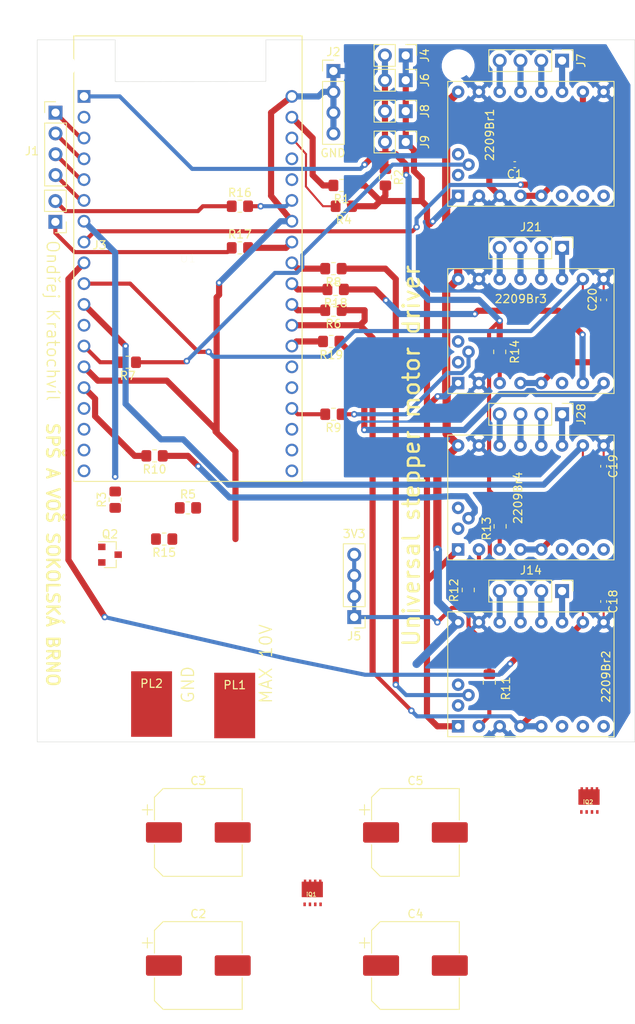
<source format=kicad_pcb>
(kicad_pcb (version 20171130) (host pcbnew "(5.1.8)-1")
  (layers (0 F.Cu signal) (31 B.Cu signal) (34 B.Paste user) (35 F.Paste user) (36 B.SilkS user) (37 F.SilkS user) (38 B.Mask user) (39 F.Mask user) (44 Edge.Cuts user))
  (net 0 "")
  (net 1 GND)
  (net 2 VDD_1)
  (net 3 VDD_2)
  (net 4 VDD_4)
  (net 5 VDD_3)
  (net 6 "Net-(J1-Pad4)")
  (net 7 "Net-(J1-Pad3)")
  (net 8 "Net-(J1-Pad2)")
  (net 9 "Net-(J1-Pad1)")
  (net 10 +3V3)
  (net 11 "Net-(2209Br1-Pad14)")
  (net 12 "Net-(2209Br1-Pad13)")
  (net 13 "Net-(2209Br1-Pad12)")
  (net 14 "Net-(2209Br1-Pad11)")
  (net 15 "Net-(2209Br2-Pad14)")
  (net 16 "Net-(2209Br2-Pad13)")
  (net 17 "Net-(2209Br2-Pad12)")
  (net 18 "Net-(2209Br2-Pad11)")
  (net 19 "Net-(2209Br3-Pad14)")
  (net 20 "Net-(2209Br3-Pad13)")
  (net 21 "Net-(2209Br3-Pad12)")
  (net 22 "Net-(2209Br3-Pad11)")
  (net 23 "Net-(2209Br4-Pad14)")
  (net 24 "Net-(2209Br4-Pad13)")
  (net 25 "Net-(2209Br4-Pad12)")
  (net 26 "Net-(2209Br4-Pad11)")
  (net 27 "Net-(Q2-Pad3)")
  (net 28 +10V)
  (net 29 /Řídí)
  (net 30 /Krokovka1/EN1)
  (net 31 /Napajeni/SW_CTRL)
  (net 32 /Čte)
  (net 33 "Net-(R6-Pad2)")
  (net 34 /Krokovka1/PDN_1)
  (net 35 "Net-(R7-Pad2)")
  (net 36 /Krokovka1/INDEX_1)
  (net 37 "Net-(R8-Pad2)")
  (net 38 /Krokovka2/INDEX_2)
  (net 39 "Net-(R9-Pad2)")
  (net 40 /Krokovka3/INDEX_3)
  (net 41 "Net-(R10-Pad2)")
  (net 42 "/Krokovka 4/INDEX_4")
  (net 43 "Net-(2209Br2-Pad2)")
  (net 44 "Net-(2209Br4-Pad2)")
  (net 45 "Net-(2209Br4-Pad3)")
  (net 46 "Net-(2209Br3-Pad3)")
  (net 47 "Net-(2209Br3-Pad8)")
  (net 48 "Net-(2209Br3-Pad7)")
  (net 49 "Net-(R16-Pad2)")
  (net 50 "Net-(R17-Pad2)")
  (net 51 /Krokovka3/STEP)
  (net 52 /Krokovka3/DIR)
  (net 53 "Net-(J3-Pad2)")
  (net 54 "Net-(J3-Pad1)")
  (net 55 "Net-(Q2-Pad1)")
  (net 56 "Net-(PL1-Pad1)")
  (net 57 "Net-(R15-Pad1)")
  (module FinalExamThesis:NCE20P45Q (layer F.Cu) (at 86.36 140.97)
    (fp_text reference iQ1 (at -0.16 0.21) (layer F.SilkS) (effects (font (size 0.5 0.5) (thickness 0.1))))
    (fp_text value NCE20P45Q)
    (fp_poly (pts (xy 1.2 0.505) (xy -1.29 0.495) (xy -1.29 -1.3) (xy 1.2 -1.3)) (layer F.Cu) (width 0.1))
    (pad 4 smd rect (at 0.97 1.42) (size 0.3 0.45) (layers F.Cu F.Paste F.Mask) (net 27 "Net-(Q2-Pad3)"))
    (pad 3 smd rect (at 0.32 1.42) (size 0.3 0.45) (layers F.Cu F.Paste F.Mask) (net 57 "Net-(R15-Pad1)"))
    (pad 2 smd rect (at -0.33 1.42) (size 0.3 0.45) (layers F.Cu F.Paste F.Mask) (net 57 "Net-(R15-Pad1)"))
    (pad 1 smd rect (at -0.98 1.42) (size 0.3 0.45) (layers F.Cu F.Paste F.Mask) (net 57 "Net-(R15-Pad1)"))
    (pad 8 smd rect (at 0.93 -1.425) (size 0.3 0.35) (layers F.Cu F.Paste F.Mask) (net 28 +10V))
    (pad 7 smd rect (at 0.31 -1.425) (size 0.3 0.35) (layers F.Cu F.Paste F.Mask) (net 28 +10V))
    (pad 6 smd rect (at -0.31 -1.425) (size 0.3 0.35) (layers F.Cu F.Paste F.Mask) (net 28 +10V))
    (pad 5 smd rect (at -0.93 -1.425) (size 0.3 0.35) (layers F.Cu F.Paste F.Mask) (net 28 +10V))
  )
  (module FinalExamThesis:NCE20P45Q (layer F.Cu) (at 120.175 129.69)
    (fp_text reference iQ2 (at -0.16 0.21) (layer F.SilkS) (effects (font (size 0.5 0.5) (thickness 0.1))))
    (fp_text value NCE20P45Q)
    (fp_poly (pts (xy 1.2 0.505) (xy -1.29 0.495) (xy -1.29 -1.3) (xy 1.2 -1.3)) (layer F.Cu) (width 0.1))
    (pad 4 smd rect (at 0.97 1.42) (size 0.3 0.45) (layers F.Cu F.Paste F.Mask) (net 1 GND))
    (pad 3 smd rect (at 0.32 1.42) (size 0.3 0.45) (layers F.Cu F.Paste F.Mask) (net 57 "Net-(R15-Pad1)"))
    (pad 2 smd rect (at -0.33 1.42) (size 0.3 0.45) (layers F.Cu F.Paste F.Mask) (net 57 "Net-(R15-Pad1)"))
    (pad 1 smd rect (at -0.98 1.42) (size 0.3 0.45) (layers F.Cu F.Paste F.Mask) (net 57 "Net-(R15-Pad1)"))
    (pad 8 smd rect (at 0.93 -1.425) (size 0.3 0.35) (layers F.Cu F.Paste F.Mask) (net 56 "Net-(PL1-Pad1)"))
    (pad 7 smd rect (at 0.31 -1.425) (size 0.3 0.35) (layers F.Cu F.Paste F.Mask) (net 56 "Net-(PL1-Pad1)"))
    (pad 6 smd rect (at -0.31 -1.425) (size 0.3 0.35) (layers F.Cu F.Paste F.Mask) (net 56 "Net-(PL1-Pad1)"))
    (pad 5 smd rect (at -0.93 -1.425) (size 0.3 0.35) (layers F.Cu F.Paste F.Mask) (net 56 "Net-(PL1-Pad1)"))
  )
  (module Capacitor_SMD:CP_Elec_10x10.5 (layer F.Cu) (at 98.92 133.61)
    (fp_text reference C5 (at 0 -6.3) (layer F.SilkS))
    (fp_text value 2,2mF)
    (pad 2 smd roundrect (at 4.2 0) (size 4.4 2.5) (layers F.Cu F.Paste F.Mask) (roundrect_rratio 0.1) (net 1 GND))
    (pad 1 smd roundrect (at -4.2 0) (size 4.4 2.5) (layers F.Cu F.Paste F.Mask) (roundrect_rratio 0.1) (net 28 +10V))
  )
  (module Capacitor_SMD:CP_Elec_10x10.5 (layer F.Cu) (at 98.92 149.86)
    (fp_text reference C4 (at 0 -6.3) (layer F.SilkS))
    (fp_text value 2,2mF)
    (pad 2 smd roundrect (at 4.2 0) (size 4.4 2.5) (layers F.Cu F.Paste F.Mask) (roundrect_rratio 0.1) (net 1 GND))
    (pad 1 smd roundrect (at -4.2 0) (size 4.4 2.5) (layers F.Cu F.Paste F.Mask) (roundrect_rratio 0.1) (net 28 +10V))
  )
  (module Capacitor_SMD:CP_Elec_10x10.5 (layer F.Cu) (at 72.39 133.61)
    (fp_text reference C3 (at 0 -6.3) (layer F.SilkS))
    (fp_text value 2,2mF)
    (pad 2 smd roundrect (at 4.2 0) (size 4.4 2.5) (layers F.Cu F.Paste F.Mask) (roundrect_rratio 0.1) (net 1 GND))
    (pad 1 smd roundrect (at -4.2 0) (size 4.4 2.5) (layers F.Cu F.Paste F.Mask) (roundrect_rratio 0.1) (net 28 +10V))
  )
  (module Capacitor_SMD:CP_Elec_10x10.5 (layer F.Cu) (at 72.39 149.86)
    (fp_text reference C2 (at 0 -6.3) (layer F.SilkS))
    (fp_text value 2,2mF)
    (pad 2 smd roundrect (at 4.2 0) (size 4.4 2.5) (layers F.Cu F.Paste F.Mask) (roundrect_rratio 0.1) (net 1 GND))
    (pad 1 smd roundrect (at -4.2 0) (size 4.4 2.5) (layers F.Cu F.Paste F.Mask) (roundrect_rratio 0.1) (net 28 +10V))
  )
  (module Package_TO_SOT_SMD:SOT-23 (layer F.Cu) (at 61.595 99.695)
    (fp_text reference Q2 (at 0 -2.5) (layer F.SilkS))
    (fp_text value 2N7002)
    (pad 3 smd rect (at 1 0) (size 0.9 0.8) (layers F.Cu F.Paste F.Mask) (net 27 "Net-(Q2-Pad3)"))
    (pad 2 smd rect (at -1 0.95) (size 0.9 0.8) (layers F.Cu F.Paste F.Mask) (net 1 GND))
    (pad 1 smd rect (at -1 -0.95) (size 0.9 0.8) (layers F.Cu F.Paste F.Mask) (net 55 "Net-(Q2-Pad1)"))
  )
  (module FinalExamThesis:Plate (layer F.Cu) (at 66.675 114.935)
    (fp_text reference PL2 (at 0 0.5) (layer F.SilkS))
    (fp_text value Plate)
    (pad 1 smd rect (at 0 3) (size 5 8) (layers F.Cu F.Paste F.Mask) (net 1 GND))
  )
  (module FinalExamThesis:Plate (layer F.Cu) (at 76.835 115.11)
    (fp_text reference PL1 (at 0 0.5) (layer F.SilkS))
    (fp_text value Plate)
    (pad 1 smd rect (at 0 3) (size 5 8) (layers F.Cu F.Paste F.Mask) (net 56 "Net-(PL1-Pad1)"))
  )
  (module Connector_PinHeader_2.54mm:PinHeader_1x02_P2.54mm_Vertical (layer F.Cu) (at 97.7392 49.30648 270)
    (fp_text reference J9 (at 0 -2.33 90) (layer F.SilkS))
    (fp_text value Conn_01x02_Male)
    (pad 2 thru_hole oval (at 0 2.54 270) (size 1.7 1.7) (drill 1) (layers *.Cu *.Mask) (net 10 +3V3))
    (pad 1 thru_hole rect (at 0 0 270) (size 1.7 1.7) (drill 1) (layers *.Cu *.Mask) (net 30 /Krokovka1/EN1))
  )
  (module Connector_PinHeader_2.54mm:PinHeader_1x02_P2.54mm_Vertical (layer F.Cu) (at 97.73666 45.54474 270)
    (fp_text reference J8 (at 0 -2.33 90) (layer F.SilkS))
    (fp_text value Conn_01x02_Male)
    (pad 2 thru_hole oval (at 0 2.54 270) (size 1.7 1.7) (drill 1) (layers *.Cu *.Mask) (net 10 +3V3))
    (pad 1 thru_hole rect (at 0 0 270) (size 1.7 1.7) (drill 1) (layers *.Cu *.Mask) (net 30 /Krokovka1/EN1))
  )
  (module Connector_PinHeader_2.54mm:PinHeader_1x02_P2.54mm_Vertical (layer F.Cu) (at 97.73412 41.76522 270)
    (fp_text reference J6 (at 0 -2.33 90) (layer F.SilkS))
    (fp_text value Conn_01x02_Male)
    (pad 2 thru_hole oval (at 0 2.54 270) (size 1.7 1.7) (drill 1) (layers *.Cu *.Mask) (net 10 +3V3))
    (pad 1 thru_hole rect (at 0 0 270) (size 1.7 1.7) (drill 1) (layers *.Cu *.Mask) (net 30 /Krokovka1/EN1))
  )
  (module Connector_PinHeader_2.54mm:PinHeader_1x02_P2.54mm_Vertical (layer F.Cu) (at 97.73158 38.735 270)
    (fp_text reference J4 (at 0 -2.33 90) (layer F.SilkS))
    (fp_text value Conn_01x02_Male)
    (pad 2 thru_hole oval (at 0 2.54 270) (size 1.7 1.7) (drill 1) (layers *.Cu *.Mask) (net 10 +3V3))
    (pad 1 thru_hole rect (at 0 0 270) (size 1.7 1.7) (drill 1) (layers *.Cu *.Mask) (net 30 /Krokovka1/EN1))
  )
  (module Connector_PinHeader_2.54mm:PinHeader_1x02_P2.54mm_Vertical (layer F.Cu) (at 54.92242 59.055 180)
    (fp_text reference J3 (at -5.40258 -2.84988) (layer F.SilkS))
    (fp_text value Conn_01x02_Male)
    (pad 2 thru_hole oval (at 0 2.54 180) (size 1.7 1.7) (drill 1) (layers *.Cu *.Mask) (net 53 "Net-(J3-Pad2)"))
    (pad 1 thru_hole rect (at 0 0 180) (size 1.7 1.7) (drill 1) (layers *.Cu *.Mask) (net 54 "Net-(J3-Pad1)"))
  )
  (module Resistor_SMD:R_0805_2012Metric_Pad1.20x1.40mm_HandSolder (layer F.Cu) (at 88.63 73.66 180)
    (fp_text reference R19 (at 0 -1.65) (layer F.SilkS))
    (fp_text value 1k)
    (pad 2 smd roundrect (at 1 0 180) (size 1.2 1.4) (layers F.Cu F.Paste F.Mask) (roundrect_rratio 0.208333) (net 52 /Krokovka3/DIR))
    (pad 1 smd roundrect (at -1 0 180) (size 1.2 1.4) (layers F.Cu F.Paste F.Mask) (roundrect_rratio 0.208333) (net 47 "Net-(2209Br3-Pad8)"))
  )
  (module Resistor_SMD:R_0805_2012Metric_Pad1.20x1.40mm_HandSolder (layer F.Cu) (at 89.17 67.31 180)
    (fp_text reference R18 (at 0 -1.65) (layer F.SilkS))
    (fp_text value 1k)
    (pad 2 smd roundrect (at 1 0 180) (size 1.2 1.4) (layers F.Cu F.Paste F.Mask) (roundrect_rratio 0.208333) (net 51 /Krokovka3/STEP))
    (pad 1 smd roundrect (at -1 0 180) (size 1.2 1.4) (layers F.Cu F.Paste F.Mask) (roundrect_rratio 0.208333) (net 48 "Net-(2209Br3-Pad7)"))
  )
  (module Resistor_SMD:R_0805_2012Metric_Pad1.20x1.40mm_HandSolder (layer F.Cu) (at 77.47 62.23)
    (fp_text reference R17 (at 0 -1.65) (layer F.SilkS))
    (fp_text value 330)
    (pad 2 smd roundrect (at 1 0) (size 1.2 1.4) (layers F.Cu F.Paste F.Mask) (roundrect_rratio 0.208333) (net 50 "Net-(R17-Pad2)"))
    (pad 1 smd roundrect (at -1 0) (size 1.2 1.4) (layers F.Cu F.Paste F.Mask) (roundrect_rratio 0.208333) (net 54 "Net-(J3-Pad1)"))
  )
  (module Resistor_SMD:R_0805_2012Metric_Pad1.20x1.40mm_HandSolder (layer F.Cu) (at 77.47 57.15)
    (fp_text reference R16 (at 0 -1.65) (layer F.SilkS))
    (fp_text value 330)
    (pad 2 smd roundrect (at 1 0) (size 1.2 1.4) (layers F.Cu F.Paste F.Mask) (roundrect_rratio 0.208333) (net 49 "Net-(R16-Pad2)"))
    (pad 1 smd roundrect (at -1 0) (size 1.2 1.4) (layers F.Cu F.Paste F.Mask) (roundrect_rratio 0.208333) (net 53 "Net-(J3-Pad2)"))
  )
  (module FinalExamThesis:MODULE_ESP32-DEVKITC-32D (layer F.Cu) (at 71.12 63.5)
    (fp_text reference U1 (at 0 0) (layer F.SilkS) (effects (font (size 1.000386 1.000386) (thickness 0.015))))
    (fp_text value ESP32-DEVKITC-32D)
    (pad 1 thru_hole rect (at -12.7 -19.76) (size 1.56 1.56) (drill 1.04) (layers *.Cu *.Mask) (net 10 +3V3))
    (pad 2 thru_hole circle (at -12.7 -17.22) (size 1.56 1.56) (drill 1.04) (layers *.Cu *.Mask))
    (pad 19 thru_hole circle (at -12.7 25.96) (size 1.56 1.56) (drill 1.04) (layers *.Cu *.Mask))
    (pad 3 thru_hole circle (at -12.7 -14.68) (size 1.56 1.56) (drill 1.04) (layers *.Cu *.Mask) (net 9 "Net-(J1-Pad1)"))
    (pad 4 thru_hole circle (at -12.7 -12.14) (size 1.56 1.56) (drill 1.04) (layers *.Cu *.Mask) (net 8 "Net-(J1-Pad2)"))
    (pad 5 thru_hole circle (at -12.7 -9.6) (size 1.56 1.56) (drill 1.04) (layers *.Cu *.Mask) (net 7 "Net-(J1-Pad3)"))
    (pad 6 thru_hole circle (at -12.7 -7.06) (size 1.56 1.56) (drill 1.04) (layers *.Cu *.Mask) (net 6 "Net-(J1-Pad4)"))
    (pad 7 thru_hole circle (at -12.7 -4.52) (size 1.56 1.56) (drill 1.04) (layers *.Cu *.Mask) (net 31 /Napajeni/SW_CTRL))
    (pad 8 thru_hole circle (at -12.7 -1.98) (size 1.56 1.56) (drill 1.04) (layers *.Cu *.Mask) (net 2 VDD_1))
    (pad 9 thru_hole circle (at -12.7 0.56) (size 1.56 1.56) (drill 1.04) (layers *.Cu *.Mask) (net 3 VDD_2))
    (pad 10 thru_hole circle (at -12.7 3.1) (size 1.56 1.56) (drill 1.04) (layers *.Cu *.Mask) (net 5 VDD_3))
    (pad 11 thru_hole circle (at -12.7 5.64) (size 1.56 1.56) (drill 1.04) (layers *.Cu *.Mask) (net 4 VDD_4))
    (pad 12 thru_hole circle (at -12.7 8.18) (size 1.56 1.56) (drill 1.04) (layers *.Cu *.Mask))
    (pad 13 thru_hole circle (at -12.7 10.72) (size 1.56 1.56) (drill 1.04) (layers *.Cu *.Mask) (net 35 "Net-(R7-Pad2)"))
    (pad 14 thru_hole circle (at -12.7 13.26) (size 1.56 1.56) (drill 1.04) (layers *.Cu *.Mask) (net 1 GND))
    (pad 15 thru_hole circle (at -12.7 15.8) (size 1.56 1.56) (drill 1.04) (layers *.Cu *.Mask) (net 41 "Net-(R10-Pad2)"))
    (pad 16 thru_hole circle (at -12.7 18.34) (size 1.56 1.56) (drill 1.04) (layers *.Cu *.Mask))
    (pad 17 thru_hole circle (at -12.7 20.88) (size 1.56 1.56) (drill 1.04) (layers *.Cu *.Mask))
    (pad 18 thru_hole circle (at -12.7 23.42) (size 1.56 1.56) (drill 1.04) (layers *.Cu *.Mask))
    (pad 20 thru_hole circle (at 12.7 -19.76) (size 1.56 1.56) (drill 1.04) (layers *.Cu *.Mask) (net 1 GND))
    (pad 21 thru_hole circle (at 12.7 -17.22) (size 1.56 1.56) (drill 1.04) (layers *.Cu *.Mask) (net 29 /Řídí))
    (pad 22 thru_hole circle (at 12.7 -14.68) (size 1.56 1.56) (drill 1.04) (layers *.Cu *.Mask) (net 32 /Čte))
    (pad 23 thru_hole circle (at 12.7 -12.14) (size 1.56 1.56) (drill 1.04) (layers *.Cu *.Mask))
    (pad 24 thru_hole circle (at 12.7 -9.6) (size 1.56 1.56) (drill 1.04) (layers *.Cu *.Mask))
    (pad 25 thru_hole circle (at 12.7 -7.06) (size 1.56 1.56) (drill 1.04) (layers *.Cu *.Mask) (net 49 "Net-(R16-Pad2)"))
    (pad 26 thru_hole circle (at 12.7 -4.52) (size 1.56 1.56) (drill 1.04) (layers *.Cu *.Mask) (net 1 GND))
    (pad 27 thru_hole circle (at 12.7 -1.98) (size 1.56 1.56) (drill 1.04) (layers *.Cu *.Mask) (net 50 "Net-(R17-Pad2)"))
    (pad 28 thru_hole circle (at 12.7 0.56) (size 1.56 1.56) (drill 1.04) (layers *.Cu *.Mask) (net 37 "Net-(R8-Pad2)"))
    (pad 29 thru_hole circle (at 12.7 3.1) (size 1.56 1.56) (drill 1.04) (layers *.Cu *.Mask) (net 51 /Krokovka3/STEP))
    (pad 30 thru_hole circle (at 12.7 5.64) (size 1.56 1.56) (drill 1.04) (layers *.Cu *.Mask) (net 33 "Net-(R6-Pad2)"))
    (pad 31 thru_hole circle (at 12.7 8.18) (size 1.56 1.56) (drill 1.04) (layers *.Cu *.Mask) (net 34 /Krokovka1/PDN_1))
    (pad 32 thru_hole circle (at 12.7 10.72) (size 1.56 1.56) (drill 1.04) (layers *.Cu *.Mask) (net 52 /Krokovka3/DIR))
    (pad 33 thru_hole circle (at 12.7 13.26) (size 1.56 1.56) (drill 1.04) (layers *.Cu *.Mask))
    (pad 34 thru_hole circle (at 12.7 15.8) (size 1.56 1.56) (drill 1.04) (layers *.Cu *.Mask))
    (pad 35 thru_hole circle (at 12.7 18.34) (size 1.56 1.56) (drill 1.04) (layers *.Cu *.Mask) (net 39 "Net-(R9-Pad2)"))
    (pad 36 thru_hole circle (at 12.7 20.88) (size 1.56 1.56) (drill 1.04) (layers *.Cu *.Mask))
    (pad 37 thru_hole circle (at 12.7 23.42) (size 1.56 1.56) (drill 1.04) (layers *.Cu *.Mask))
    (pad 38 thru_hole circle (at 12.7 25.96) (size 1.56 1.56) (drill 1.04) (layers *.Cu *.Mask))
  )
  (module Resistor_SMD:R_0805_2012Metric_Pad1.20x1.40mm_HandSolder (layer F.Cu) (at 88.9 64.77 180)
    (fp_text reference R8 (at 0 -1.65) (layer F.SilkS))
    (fp_text value 1k)
    (pad 2 smd roundrect (at 1 0 180) (size 1.2 1.4) (layers F.Cu F.Paste F.Mask) (roundrect_rratio 0.208333) (net 37 "Net-(R8-Pad2)"))
    (pad 1 smd roundrect (at -1 0 180) (size 1.2 1.4) (layers F.Cu F.Paste F.Mask) (roundrect_rratio 0.208333) (net 38 /Krokovka2/INDEX_2))
  )
  (module Resistor_SMD:R_0805_2012Metric_Pad1.20x1.40mm_HandSolder (layer F.Cu) (at 88.9 69.85 180)
    (fp_text reference R6 (at 0 -1.65) (layer F.SilkS))
    (fp_text value 1k)
    (pad 2 smd roundrect (at 1 0 180) (size 1.2 1.4) (layers F.Cu F.Paste F.Mask) (roundrect_rratio 0.208333) (net 33 "Net-(R6-Pad2)"))
    (pad 1 smd roundrect (at -1 0 180) (size 1.2 1.4) (layers F.Cu F.Paste F.Mask) (roundrect_rratio 0.208333) (net 34 /Krokovka1/PDN_1))
  )
  (module FinalExamThesis:TMC_2209_Breaout_Board (layer F.Cu) (at 113.03 49.53 90)
    (fp_text reference 2209Br1 (at 1.09728 -5.02666 90) (layer F.SilkS))
    (fp_text value TMC2209BreaoutBoard)
    (pad 18 thru_hole circle (at -2.54 -7.62 90) (size 1.524 1.524) (drill 0.762) (layers *.Cu *.Mask) (net 36 /Krokovka1/INDEX_1))
    (pad 19 thru_hole circle (at -1.27 -8.89 90) (size 1.524 1.524) (drill 0.762) (layers *.Cu *.Mask))
    (pad 17 thru_hole circle (at -3.81 -8.89 90) (size 1.524 1.524) (drill 0.762) (layers *.Cu *.Mask))
    (pad 16 thru_hole circle (at 6.35 -8.89 90) (size 1.524 1.524) (drill 0.762) (layers *.Cu *.Mask) (net 28 +10V))
    (pad 15 thru_hole circle (at 6.35 -6.35 90) (size 1.524 1.524) (drill 0.762) (layers *.Cu *.Mask) (net 1 GND))
    (pad 14 thru_hole circle (at 6.35 -3.81 90) (size 1.524 1.524) (drill 0.762) (layers *.Cu *.Mask) (net 11 "Net-(2209Br1-Pad14)"))
    (pad 13 thru_hole circle (at 6.35 -1.27 90) (size 1.524 1.524) (drill 0.762) (layers *.Cu *.Mask) (net 12 "Net-(2209Br1-Pad13)"))
    (pad 12 thru_hole circle (at 6.35 1.27 90) (size 1.524 1.524) (drill 0.762) (layers *.Cu *.Mask) (net 13 "Net-(2209Br1-Pad12)"))
    (pad 11 thru_hole circle (at 6.35 3.81 90) (size 1.524 1.524) (drill 0.762) (layers *.Cu *.Mask) (net 14 "Net-(2209Br1-Pad11)"))
    (pad 10 thru_hole circle (at 6.35 6.35 90) (size 1.524 1.524) (drill 0.762) (layers *.Cu *.Mask) (net 2 VDD_1))
    (pad 9 thru_hole circle (at 6.35 8.89 90) (size 1.524 1.524) (drill 0.762) (layers *.Cu *.Mask) (net 1 GND))
    (pad 8 thru_hole circle (at -6.35 8.89 90) (size 1.524 1.524) (drill 0.762) (layers *.Cu *.Mask))
    (pad 7 thru_hole circle (at -6.35 6.35 90) (size 1.524 1.524) (drill 0.762) (layers *.Cu *.Mask))
    (pad 6 thru_hole circle (at -6.35 3.81 90) (size 1.524 1.524) (drill 0.762) (layers *.Cu *.Mask))
    (pad 5 thru_hole circle (at -6.35 1.27 90) (size 1.524 1.524) (drill 0.762) (layers *.Cu *.Mask) (net 34 /Krokovka1/PDN_1))
    (pad 4 thru_hole circle (at -6.35 -1.27 90) (size 1.524 1.524) (drill 0.762) (layers *.Cu *.Mask) (net 34 /Krokovka1/PDN_1))
    (pad 3 thru_hole circle (at -6.35 -3.81 90) (size 1.524 1.524) (drill 0.762) (layers *.Cu *.Mask) (net 1 GND))
    (pad 2 thru_hole circle (at -6.35 -6.35 90) (size 1.524 1.524) (drill 0.762) (layers *.Cu *.Mask) (net 1 GND))
    (pad 1 thru_hole rect (at -6.35 -8.89 90) (size 1.524 1.524) (drill 0.762) (layers *.Cu *.Mask) (net 30 /Krokovka1/EN1))
  )
  (module MountingHole:MountingHole_3mm (layer F.Cu) (at 55.88 119.38)
    (fp_text reference H4 hide)
    (fp_text value MountingHole)
    (pad 1 np_thru_hole circle (at 0 0) (size 3 3) (drill 3) (layers *.Cu *.Mask))
  )
  (module MountingHole:MountingHole_3mm (layer F.Cu) (at 93.345 119.38)
    (fp_text reference H3 hide)
    (fp_text value MountingHole)
    (pad 1 np_thru_hole circle (at 0 0) (size 3 3) (drill 3) (layers *.Cu *.Mask))
  )
  (module MountingHole:MountingHole_3mm (layer F.Cu) (at 55.88 40.005)
    (fp_text reference H2 hide)
    (fp_text value MountingHole)
    (pad 1 np_thru_hole circle (at 0 0) (size 3 3) (drill 3) (layers *.Cu *.Mask))
  )
  (module MountingHole:MountingHole_3mm (layer F.Cu) (at 104.14 40.005)
    (fp_text reference H1 hide)
    (fp_text value MountingHole)
    (pad "" np_thru_hole circle (at 0 0) (size 3 3) (drill 3) (layers *.Cu *.Mask))
  )
  (module FinalExamThesis:TMC_2209_Breaout_Board (layer F.Cu) (at 113.03 92.71 90)
    (fp_text reference 2209Br4 (at -0.04064 -1.5748 90) (layer F.SilkS))
    (fp_text value TMC2209BreaoutBoard)
    (pad 18 thru_hole circle (at -2.54 -7.62 90) (size 1.524 1.524) (drill 0.762) (layers *.Cu *.Mask) (net 42 "/Krokovka 4/INDEX_4"))
    (pad 19 thru_hole circle (at -1.27 -8.89 90) (size 1.524 1.524) (drill 0.762) (layers *.Cu *.Mask))
    (pad 17 thru_hole circle (at -3.81 -8.89 90) (size 1.524 1.524) (drill 0.762) (layers *.Cu *.Mask))
    (pad 16 thru_hole circle (at 6.35 -8.89 90) (size 1.524 1.524) (drill 0.762) (layers *.Cu *.Mask) (net 28 +10V))
    (pad 15 thru_hole circle (at 6.35 -6.35 90) (size 1.524 1.524) (drill 0.762) (layers *.Cu *.Mask) (net 1 GND))
    (pad 14 thru_hole circle (at 6.35 -3.81 90) (size 1.524 1.524) (drill 0.762) (layers *.Cu *.Mask) (net 23 "Net-(2209Br4-Pad14)"))
    (pad 13 thru_hole circle (at 6.35 -1.27 90) (size 1.524 1.524) (drill 0.762) (layers *.Cu *.Mask) (net 24 "Net-(2209Br4-Pad13)"))
    (pad 12 thru_hole circle (at 6.35 1.27 90) (size 1.524 1.524) (drill 0.762) (layers *.Cu *.Mask) (net 25 "Net-(2209Br4-Pad12)"))
    (pad 11 thru_hole circle (at 6.35 3.81 90) (size 1.524 1.524) (drill 0.762) (layers *.Cu *.Mask) (net 26 "Net-(2209Br4-Pad11)"))
    (pad 10 thru_hole circle (at 6.35 6.35 90) (size 1.524 1.524) (drill 0.762) (layers *.Cu *.Mask) (net 4 VDD_4))
    (pad 9 thru_hole circle (at 6.35 8.89 90) (size 1.524 1.524) (drill 0.762) (layers *.Cu *.Mask) (net 1 GND))
    (pad 8 thru_hole circle (at -6.35 8.89 90) (size 1.524 1.524) (drill 0.762) (layers *.Cu *.Mask))
    (pad 7 thru_hole circle (at -6.35 6.35 90) (size 1.524 1.524) (drill 0.762) (layers *.Cu *.Mask))
    (pad 6 thru_hole circle (at -6.35 3.81 90) (size 1.524 1.524) (drill 0.762) (layers *.Cu *.Mask))
    (pad 5 thru_hole circle (at -6.35 1.27 90) (size 1.524 1.524) (drill 0.762) (layers *.Cu *.Mask) (net 34 /Krokovka1/PDN_1))
    (pad 4 thru_hole circle (at -6.35 -1.27 90) (size 1.524 1.524) (drill 0.762) (layers *.Cu *.Mask) (net 34 /Krokovka1/PDN_1))
    (pad 3 thru_hole circle (at -6.35 -3.81 90) (size 1.524 1.524) (drill 0.762) (layers *.Cu *.Mask) (net 45 "Net-(2209Br4-Pad3)"))
    (pad 2 thru_hole circle (at -6.35 -6.35 90) (size 1.524 1.524) (drill 0.762) (layers *.Cu *.Mask) (net 44 "Net-(2209Br4-Pad2)"))
    (pad 1 thru_hole rect (at -6.35 -8.89 90) (size 1.524 1.524) (drill 0.762) (layers *.Cu *.Mask) (net 30 /Krokovka1/EN1))
  )
  (module FinalExamThesis:TMC_2209_Breaout_Board (layer F.Cu) (at 113.03 72.39 90)
    (fp_text reference 2209Br3 (at 3.9243 -1.23444 180) (layer F.SilkS))
    (fp_text value TMC2209BreaoutBoard)
    (pad 18 thru_hole circle (at -2.54 -7.62 90) (size 1.524 1.524) (drill 0.762) (layers *.Cu *.Mask) (net 40 /Krokovka3/INDEX_3))
    (pad 19 thru_hole circle (at -1.27 -8.89 90) (size 1.524 1.524) (drill 0.762) (layers *.Cu *.Mask))
    (pad 17 thru_hole circle (at -3.81 -8.89 90) (size 1.524 1.524) (drill 0.762) (layers *.Cu *.Mask))
    (pad 16 thru_hole circle (at 6.35 -8.89 90) (size 1.524 1.524) (drill 0.762) (layers *.Cu *.Mask) (net 28 +10V))
    (pad 15 thru_hole circle (at 6.35 -6.35 90) (size 1.524 1.524) (drill 0.762) (layers *.Cu *.Mask) (net 1 GND))
    (pad 14 thru_hole circle (at 6.35 -3.81 90) (size 1.524 1.524) (drill 0.762) (layers *.Cu *.Mask) (net 19 "Net-(2209Br3-Pad14)"))
    (pad 13 thru_hole circle (at 6.35 -1.27 90) (size 1.524 1.524) (drill 0.762) (layers *.Cu *.Mask) (net 20 "Net-(2209Br3-Pad13)"))
    (pad 12 thru_hole circle (at 6.35 1.27 90) (size 1.524 1.524) (drill 0.762) (layers *.Cu *.Mask) (net 21 "Net-(2209Br3-Pad12)"))
    (pad 11 thru_hole circle (at 6.35 3.81 90) (size 1.524 1.524) (drill 0.762) (layers *.Cu *.Mask) (net 22 "Net-(2209Br3-Pad11)"))
    (pad 10 thru_hole circle (at 6.35 6.35 90) (size 1.524 1.524) (drill 0.762) (layers *.Cu *.Mask) (net 5 VDD_3))
    (pad 9 thru_hole circle (at 6.35 8.89 90) (size 1.524 1.524) (drill 0.762) (layers *.Cu *.Mask) (net 1 GND))
    (pad 8 thru_hole circle (at -6.35 8.89 90) (size 1.524 1.524) (drill 0.762) (layers *.Cu *.Mask) (net 47 "Net-(2209Br3-Pad8)"))
    (pad 7 thru_hole circle (at -6.35 6.35 90) (size 1.524 1.524) (drill 0.762) (layers *.Cu *.Mask) (net 48 "Net-(2209Br3-Pad7)"))
    (pad 6 thru_hole circle (at -6.35 3.81 90) (size 1.524 1.524) (drill 0.762) (layers *.Cu *.Mask))
    (pad 5 thru_hole circle (at -6.35 1.27 90) (size 1.524 1.524) (drill 0.762) (layers *.Cu *.Mask) (net 34 /Krokovka1/PDN_1))
    (pad 4 thru_hole circle (at -6.35 -1.27 90) (size 1.524 1.524) (drill 0.762) (layers *.Cu *.Mask) (net 34 /Krokovka1/PDN_1))
    (pad 3 thru_hole circle (at -6.35 -3.81 90) (size 1.524 1.524) (drill 0.762) (layers *.Cu *.Mask) (net 46 "Net-(2209Br3-Pad3)"))
    (pad 2 thru_hole circle (at -6.35 -6.35 90) (size 1.524 1.524) (drill 0.762) (layers *.Cu *.Mask) (net 1 GND))
    (pad 1 thru_hole rect (at -6.35 -8.89 90) (size 1.524 1.524) (drill 0.762) (layers *.Cu *.Mask) (net 30 /Krokovka1/EN1))
  )
  (module FinalExamThesis:TMC_2209_Breaout_Board (layer F.Cu) (at 113.03 114.3 90)
    (fp_text reference 2209Br2 (at -0.28956 9.17956 90) (layer F.SilkS))
    (fp_text value TMC2209BreaoutBoard)
    (pad 18 thru_hole circle (at -2.54 -7.62 90) (size 1.524 1.524) (drill 0.762) (layers *.Cu *.Mask) (net 38 /Krokovka2/INDEX_2))
    (pad 19 thru_hole circle (at -1.27 -8.89 90) (size 1.524 1.524) (drill 0.762) (layers *.Cu *.Mask))
    (pad 17 thru_hole circle (at -3.81 -8.89 90) (size 1.524 1.524) (drill 0.762) (layers *.Cu *.Mask))
    (pad 16 thru_hole circle (at 6.35 -8.89 90) (size 1.524 1.524) (drill 0.762) (layers *.Cu *.Mask) (net 28 +10V))
    (pad 15 thru_hole circle (at 6.35 -6.35 90) (size 1.524 1.524) (drill 0.762) (layers *.Cu *.Mask) (net 1 GND))
    (pad 14 thru_hole circle (at 6.35 -3.81 90) (size 1.524 1.524) (drill 0.762) (layers *.Cu *.Mask) (net 15 "Net-(2209Br2-Pad14)"))
    (pad 13 thru_hole circle (at 6.35 -1.27 90) (size 1.524 1.524) (drill 0.762) (layers *.Cu *.Mask) (net 16 "Net-(2209Br2-Pad13)"))
    (pad 12 thru_hole circle (at 6.35 1.27 90) (size 1.524 1.524) (drill 0.762) (layers *.Cu *.Mask) (net 17 "Net-(2209Br2-Pad12)"))
    (pad 11 thru_hole circle (at 6.35 3.81 90) (size 1.524 1.524) (drill 0.762) (layers *.Cu *.Mask) (net 18 "Net-(2209Br2-Pad11)"))
    (pad 10 thru_hole circle (at 6.35 6.35 90) (size 1.524 1.524) (drill 0.762) (layers *.Cu *.Mask) (net 3 VDD_2))
    (pad 9 thru_hole circle (at 6.35 8.89 90) (size 1.524 1.524) (drill 0.762) (layers *.Cu *.Mask) (net 1 GND))
    (pad 8 thru_hole circle (at -6.35 8.89 90) (size 1.524 1.524) (drill 0.762) (layers *.Cu *.Mask))
    (pad 7 thru_hole circle (at -6.35 6.35 90) (size 1.524 1.524) (drill 0.762) (layers *.Cu *.Mask))
    (pad 6 thru_hole circle (at -6.35 3.81 90) (size 1.524 1.524) (drill 0.762) (layers *.Cu *.Mask))
    (pad 5 thru_hole circle (at -6.35 1.27 90) (size 1.524 1.524) (drill 0.762) (layers *.Cu *.Mask) (net 34 /Krokovka1/PDN_1))
    (pad 4 thru_hole circle (at -6.35 -1.27 90) (size 1.524 1.524) (drill 0.762) (layers *.Cu *.Mask) (net 34 /Krokovka1/PDN_1))
    (pad 3 thru_hole circle (at -6.35 -3.81 90) (size 1.524 1.524) (drill 0.762) (layers *.Cu *.Mask) (net 1 GND))
    (pad 2 thru_hole circle (at -6.35 -6.35 90) (size 1.524 1.524) (drill 0.762) (layers *.Cu *.Mask) (net 43 "Net-(2209Br2-Pad2)"))
    (pad 1 thru_hole rect (at -6.35 -8.89 90) (size 1.524 1.524) (drill 0.762) (layers *.Cu *.Mask) (net 30 /Krokovka1/EN1))
  )
  (module Resistor_SMD:R_0805_2012Metric_Pad1.20x1.40mm_HandSolder (layer F.Cu) (at 68.215 97.79 180)
    (fp_text reference R15 (at 0 -1.65) (layer F.SilkS))
    (fp_text value 100k)
    (pad 2 smd roundrect (at 1 0 180) (size 1.2 1.4) (layers F.Cu F.Paste F.Mask) (roundrect_rratio 0.208333) (net 27 "Net-(Q2-Pad3)"))
    (pad 1 smd roundrect (at -1 0 180) (size 1.2 1.4) (layers F.Cu F.Paste F.Mask) (roundrect_rratio 0.208333) (net 57 "Net-(R15-Pad1)"))
  )
  (module Resistor_SMD:R_0805_2012Metric_Pad1.20x1.40mm_HandSolder (layer F.Cu) (at 109.22 74.93 90)
    (fp_text reference R14 (at 0.00254 1.8415 90) (layer F.SilkS))
    (fp_text value 1k)
    (pad 2 smd roundrect (at 1 0 90) (size 1.2 1.4) (layers F.Cu F.Paste F.Mask) (roundrect_rratio 0.208333) (net 10 +3V3))
    (pad 1 smd roundrect (at -1 0 90) (size 1.2 1.4) (layers F.Cu F.Paste F.Mask) (roundrect_rratio 0.208333) (net 46 "Net-(2209Br3-Pad3)"))
  )
  (module Resistor_SMD:R_0805_2012Metric_Pad1.20x1.40mm_HandSolder (layer F.Cu) (at 109.26826 96.23374 90)
    (fp_text reference R13 (at -0.27 -1.65 90) (layer F.SilkS))
    (fp_text value 1k)
    (pad 2 smd roundrect (at 1 0 90) (size 1.2 1.4) (layers F.Cu F.Paste F.Mask) (roundrect_rratio 0.208333) (net 10 +3V3))
    (pad 1 smd roundrect (at -1 0 90) (size 1.2 1.4) (layers F.Cu F.Paste F.Mask) (roundrect_rratio 0.208333) (net 45 "Net-(2209Br4-Pad3)"))
  )
  (module Resistor_SMD:R_0805_2012Metric_Pad1.20x1.40mm_HandSolder (layer F.Cu) (at 105.37444 104.00462 270)
    (fp_text reference R12 (at 0.04648 1.74244 90) (layer F.SilkS))
    (fp_text value 1k)
    (pad 2 smd roundrect (at 1 0 270) (size 1.2 1.4) (layers F.Cu F.Paste F.Mask) (roundrect_rratio 0.208333) (net 10 +3V3))
    (pad 1 smd roundrect (at -1 0 270) (size 1.2 1.4) (layers F.Cu F.Paste F.Mask) (roundrect_rratio 0.208333) (net 44 "Net-(2209Br4-Pad2)"))
  )
  (module Resistor_SMD:R_0805_2012Metric_Pad1.20x1.40mm_HandSolder (layer F.Cu) (at 107.95 115.3 90)
    (fp_text reference R11 (at -0.7272 2.01676 90) (layer F.SilkS))
    (fp_text value 1k)
    (pad 2 smd roundrect (at 1 0 90) (size 1.2 1.4) (layers F.Cu F.Paste F.Mask) (roundrect_rratio 0.208333) (net 10 +3V3))
    (pad 1 smd roundrect (at -1 0 90) (size 1.2 1.4) (layers F.Cu F.Paste F.Mask) (roundrect_rratio 0.208333) (net 43 "Net-(2209Br2-Pad2)"))
  )
  (module Resistor_SMD:R_0805_2012Metric_Pad1.20x1.40mm_HandSolder (layer F.Cu) (at 67.04 87.63 180)
    (fp_text reference R10 (at 0 -1.65) (layer F.SilkS))
    (fp_text value 1k)
    (pad 2 smd roundrect (at 1 0 180) (size 1.2 1.4) (layers F.Cu F.Paste F.Mask) (roundrect_rratio 0.208333) (net 41 "Net-(R10-Pad2)"))
    (pad 1 smd roundrect (at -1 0 180) (size 1.2 1.4) (layers F.Cu F.Paste F.Mask) (roundrect_rratio 0.208333) (net 42 "/Krokovka 4/INDEX_4"))
  )
  (module Resistor_SMD:R_0805_2012Metric_Pad1.20x1.40mm_HandSolder (layer F.Cu) (at 88.9 82.55 180)
    (fp_text reference R9 (at 0 -1.65) (layer F.SilkS))
    (fp_text value 1k)
    (pad 2 smd roundrect (at 1 0 180) (size 1.2 1.4) (layers F.Cu F.Paste F.Mask) (roundrect_rratio 0.208333) (net 39 "Net-(R9-Pad2)"))
    (pad 1 smd roundrect (at -1 0 180) (size 1.2 1.4) (layers F.Cu F.Paste F.Mask) (roundrect_rratio 0.208333) (net 40 /Krokovka3/INDEX_3))
  )
  (module Resistor_SMD:R_0805_2012Metric_Pad1.20x1.40mm_HandSolder (layer F.Cu) (at 63.77 76.2 180)
    (fp_text reference R7 (at 0 -1.65) (layer F.SilkS))
    (fp_text value 1k)
    (pad 2 smd roundrect (at 1 0 180) (size 1.2 1.4) (layers F.Cu F.Paste F.Mask) (roundrect_rratio 0.208333) (net 35 "Net-(R7-Pad2)"))
    (pad 1 smd roundrect (at -1 0 180) (size 1.2 1.4) (layers F.Cu F.Paste F.Mask) (roundrect_rratio 0.208333) (net 36 /Krokovka1/INDEX_1))
  )
  (module Resistor_SMD:R_0805_2012Metric_Pad1.20x1.40mm_HandSolder (layer F.Cu) (at 71.12 93.98)
    (fp_text reference R5 (at 0 -1.65) (layer F.SilkS))
    (fp_text value 10k)
    (pad 2 smd roundrect (at 1 0) (size 1.2 1.4) (layers F.Cu F.Paste F.Mask) (roundrect_rratio 0.208333) (net 1 GND))
    (pad 1 smd roundrect (at -1 0) (size 1.2 1.4) (layers F.Cu F.Paste F.Mask) (roundrect_rratio 0.208333) (net 55 "Net-(Q2-Pad1)"))
  )
  (module Resistor_SMD:R_0805_2012Metric_Pad1.20x1.40mm_HandSolder (layer F.Cu) (at 90.17 57.15 180)
    (fp_text reference R4 (at 0 -1.65) (layer F.SilkS))
    (fp_text value 330)
    (pad 2 smd roundrect (at 1 0 180) (size 1.2 1.4) (layers F.Cu F.Paste F.Mask) (roundrect_rratio 0.208333) (net 32 /Čte))
    (pad 1 smd roundrect (at -1 0 180) (size 1.2 1.4) (layers F.Cu F.Paste F.Mask) (roundrect_rratio 0.208333) (net 30 /Krokovka1/EN1))
  )
  (module Resistor_SMD:R_0805_2012Metric_Pad1.20x1.40mm_HandSolder (layer F.Cu) (at 62.23 92.98 90)
    (fp_text reference R3 (at 0 -1.65 90) (layer F.SilkS))
    (fp_text value 330)
    (pad 2 smd roundrect (at 1 0 90) (size 1.2 1.4) (layers F.Cu F.Paste F.Mask) (roundrect_rratio 0.208333) (net 31 /Napajeni/SW_CTRL))
    (pad 1 smd roundrect (at -1 0 90) (size 1.2 1.4) (layers F.Cu F.Paste F.Mask) (roundrect_rratio 0.208333) (net 55 "Net-(Q2-Pad1)"))
  )
  (module Resistor_SMD:R_0805_2012Metric_Pad1.20x1.40mm_HandSolder (layer F.Cu) (at 95.25 53.61 270)
    (fp_text reference R2 (at 0 -1.65 90) (layer F.SilkS))
    (fp_text value 100k)
    (pad 2 smd roundrect (at 1 0 270) (size 1.2 1.4) (layers F.Cu F.Paste F.Mask) (roundrect_rratio 0.208333) (net 30 /Krokovka1/EN1))
    (pad 1 smd roundrect (at -1 0 270) (size 1.2 1.4) (layers F.Cu F.Paste F.Mask) (roundrect_rratio 0.208333) (net 10 +3V3))
  )
  (module Resistor_SMD:R_0805_2012Metric_Pad1.20x1.40mm_HandSolder (layer F.Cu) (at 89.9 54.61 180)
    (fp_text reference R1 (at 0 -1.65) (layer F.SilkS))
    (fp_text value 1k)
    (pad 2 smd roundrect (at 1 0 180) (size 1.2 1.4) (layers F.Cu F.Paste F.Mask) (roundrect_rratio 0.208333) (net 29 /Řídí))
    (pad 1 smd roundrect (at -1 0 180) (size 1.2 1.4) (layers F.Cu F.Paste F.Mask) (roundrect_rratio 0.208333) (net 30 /Krokovka1/EN1))
  )
  (module Connector_PinHeader_2.54mm:PinHeader_1x04_P2.54mm_Vertical (layer F.Cu) (at 116.84 82.55 270)
    (fp_text reference J28 (at 0 -2.33 90) (layer F.SilkS))
    (fp_text value Conn_01x04_Male)
    (pad 4 thru_hole oval (at 0 7.62 270) (size 1.7 1.7) (drill 1) (layers *.Cu *.Mask) (net 23 "Net-(2209Br4-Pad14)"))
    (pad 3 thru_hole oval (at 0 5.08 270) (size 1.7 1.7) (drill 1) (layers *.Cu *.Mask) (net 24 "Net-(2209Br4-Pad13)"))
    (pad 2 thru_hole oval (at 0 2.54 270) (size 1.7 1.7) (drill 1) (layers *.Cu *.Mask) (net 25 "Net-(2209Br4-Pad12)"))
    (pad 1 thru_hole rect (at 0 0 270) (size 1.7 1.7) (drill 1) (layers *.Cu *.Mask) (net 26 "Net-(2209Br4-Pad11)"))
  )
  (module Connector_PinHeader_2.54mm:PinHeader_1x04_P2.54mm_Vertical (layer F.Cu) (at 116.84 62.23 270)
    (fp_text reference J21 (at -2.54 3.81 180) (layer F.SilkS))
    (fp_text value Conn_01x04_Male)
    (pad 4 thru_hole oval (at 0 7.62 270) (size 1.7 1.7) (drill 1) (layers *.Cu *.Mask) (net 19 "Net-(2209Br3-Pad14)"))
    (pad 3 thru_hole oval (at 0 5.08 270) (size 1.7 1.7) (drill 1) (layers *.Cu *.Mask) (net 20 "Net-(2209Br3-Pad13)"))
    (pad 2 thru_hole oval (at 0 2.54 270) (size 1.7 1.7) (drill 1) (layers *.Cu *.Mask) (net 21 "Net-(2209Br3-Pad12)"))
    (pad 1 thru_hole rect (at 0 0 270) (size 1.7 1.7) (drill 1) (layers *.Cu *.Mask) (net 22 "Net-(2209Br3-Pad11)"))
  )
  (module Connector_PinHeader_2.54mm:PinHeader_1x04_P2.54mm_Vertical (layer F.Cu) (at 116.84 104.14 270)
    (fp_text reference J14 (at -2.54 3.81 180) (layer F.SilkS))
    (fp_text value Conn_01x04_Male)
    (pad 4 thru_hole oval (at 0 7.62 270) (size 1.7 1.7) (drill 1) (layers *.Cu *.Mask) (net 15 "Net-(2209Br2-Pad14)"))
    (pad 3 thru_hole oval (at 0 5.08 270) (size 1.7 1.7) (drill 1) (layers *.Cu *.Mask) (net 16 "Net-(2209Br2-Pad13)"))
    (pad 2 thru_hole oval (at 0 2.54 270) (size 1.7 1.7) (drill 1) (layers *.Cu *.Mask) (net 17 "Net-(2209Br2-Pad12)"))
    (pad 1 thru_hole rect (at 0 0 270) (size 1.7 1.7) (drill 1) (layers *.Cu *.Mask) (net 18 "Net-(2209Br2-Pad11)"))
  )
  (module Connector_PinHeader_2.54mm:PinHeader_1x04_P2.54mm_Vertical (layer F.Cu) (at 116.84 39.37 270)
    (fp_text reference J7 (at 0 -2.33 90) (layer F.SilkS))
    (fp_text value Conn_01x04_Male)
    (pad 4 thru_hole oval (at 0 7.62 270) (size 1.7 1.7) (drill 1) (layers *.Cu *.Mask) (net 11 "Net-(2209Br1-Pad14)"))
    (pad 3 thru_hole oval (at 0 5.08 270) (size 1.7 1.7) (drill 1) (layers *.Cu *.Mask) (net 12 "Net-(2209Br1-Pad13)"))
    (pad 2 thru_hole oval (at 0 2.54 270) (size 1.7 1.7) (drill 1) (layers *.Cu *.Mask) (net 13 "Net-(2209Br1-Pad12)"))
    (pad 1 thru_hole rect (at 0 0 270) (size 1.7 1.7) (drill 1) (layers *.Cu *.Mask) (net 14 "Net-(2209Br1-Pad11)"))
  )
  (module Connector_PinHeader_2.54mm:PinHeader_1x04_P2.54mm_Vertical (layer F.Cu) (at 91.44 107.315 180)
    (fp_text reference J5 (at 0 -2.33) (layer F.SilkS))
    (fp_text value Conn_01x04_Male)
    (pad 4 thru_hole oval (at 0 7.62 180) (size 1.7 1.7) (drill 1) (layers *.Cu *.Mask) (net 10 +3V3))
    (pad 3 thru_hole oval (at 0 5.08 180) (size 1.7 1.7) (drill 1) (layers *.Cu *.Mask) (net 10 +3V3))
    (pad 2 thru_hole oval (at 0 2.54 180) (size 1.7 1.7) (drill 1) (layers *.Cu *.Mask) (net 10 +3V3))
    (pad 1 thru_hole rect (at 0 0 180) (size 1.7 1.7) (drill 1) (layers *.Cu *.Mask) (net 10 +3V3))
  )
  (module Connector_PinHeader_2.54mm:PinHeader_1x04_P2.54mm_Vertical (layer F.Cu) (at 88.9 40.64)
    (fp_text reference J2 (at 0 -2.33) (layer F.SilkS))
    (fp_text value Conn_01x04_Male)
    (pad 4 thru_hole oval (at 0 7.62) (size 1.7 1.7) (drill 1) (layers *.Cu *.Mask) (net 1 GND))
    (pad 3 thru_hole oval (at 0 5.08) (size 1.7 1.7) (drill 1) (layers *.Cu *.Mask) (net 1 GND))
    (pad 2 thru_hole oval (at 0 2.54) (size 1.7 1.7) (drill 1) (layers *.Cu *.Mask) (net 1 GND))
    (pad 1 thru_hole rect (at 0 0) (size 1.7 1.7) (drill 1) (layers *.Cu *.Mask) (net 1 GND))
  )
  (module Connector_PinHeader_2.54mm:PinHeader_1x04_P2.54mm_Vertical (layer F.Cu) (at 54.9402 45.72)
    (fp_text reference J1 (at -2.87782 4.69392) (layer F.SilkS))
    (fp_text value Conn_01x04_Male)
    (pad 4 thru_hole oval (at 0 7.62) (size 1.7 1.7) (drill 1) (layers *.Cu *.Mask) (net 6 "Net-(J1-Pad4)"))
    (pad 3 thru_hole oval (at 0 5.08) (size 1.7 1.7) (drill 1) (layers *.Cu *.Mask) (net 7 "Net-(J1-Pad3)"))
    (pad 2 thru_hole oval (at 0 2.54) (size 1.7 1.7) (drill 1) (layers *.Cu *.Mask) (net 8 "Net-(J1-Pad2)"))
    (pad 1 thru_hole rect (at 0 0) (size 1.7 1.7) (drill 1) (layers *.Cu *.Mask) (net 9 "Net-(J1-Pad1)"))
  )
  (module Capacitor_SMD:C_0402_1005Metric_Pad0.74x0.62mm_HandSolder (layer F.Cu) (at 121.92 68.58 270)
    (fp_text reference C20 (at -0.0254 1.36398 90) (layer F.SilkS))
    (fp_text value 100nF)
    (pad 2 smd roundrect (at 0.5675 0 270) (size 0.735 0.62) (layers F.Cu F.Paste F.Mask) (net 5 VDD_3))
    (pad 1 smd roundrect (at -0.5675 0 270) (size 0.735 0.62) (layers F.Cu F.Paste F.Mask) (net 1 GND))
  )
  (module Capacitor_SMD:C_0402_1005Metric_Pad0.74x0.62mm_HandSolder (layer F.Cu) (at 121.92 88.9 270)
    (fp_text reference C19 (at 0 -1.16 90) (layer F.SilkS))
    (fp_text value 100nF)
    (pad 2 smd roundrect (at 0.5675 0 270) (size 0.735 0.62) (layers F.Cu F.Paste F.Mask) (net 4 VDD_4))
    (pad 1 smd roundrect (at -0.5675 0 270) (size 0.735 0.62) (layers F.Cu F.Paste F.Mask) (net 1 GND))
  )
  (module Capacitor_SMD:C_0402_1005Metric_Pad0.74x0.62mm_HandSolder (layer F.Cu) (at 121.92 105.41 270)
    (fp_text reference C18 (at 0 -1.16 90) (layer F.SilkS))
    (fp_text value 100nF)
    (pad 2 smd roundrect (at 0.5675 0 270) (size 0.735 0.62) (layers F.Cu F.Paste F.Mask) (net 1 GND))
    (pad 1 smd roundrect (at -0.5675 0 270) (size 0.735 0.62) (layers F.Cu F.Paste F.Mask) (net 3 VDD_2))
  )
  (module Capacitor_SMD:C_0402_1005Metric_Pad0.74x0.62mm_HandSolder (layer F.Cu) (at 111.0575 52.07 180)
    (fp_text reference C1 (at 0 -1.16) (layer F.SilkS))
    (fp_text value 100nF)
    (pad 2 smd roundrect (at 0.5675 0 180) (size 0.735 0.62) (layers F.Cu F.Paste F.Mask) (net 1 GND))
    (pad 1 smd roundrect (at -0.5675 0 180) (size 0.735 0.62) (layers F.Cu F.Paste F.Mask) (net 2 VDD_1))
  )
  (gr_line (start 125.73 122.555) (end 125.73 121.92) (layer Edge.Cuts) (width 0.05))
  (gr_line (start 62.23 41.91) (end 62.32398 41.93286) (layer Edge.Cuts) (width 0.05))
  (gr_line (start 62.23 36.83) (end 62.23 41.91) (layer Edge.Cuts) (width 0.05))
  (gr_line (start 125.73 122.555) (end 52.705 122.555) (layer Edge.Cuts) (width 0.05))
  (gr_line (start 125.73 36.83) (end 125.73 121.92) (layer Edge.Cuts) (width 0.05))
  (gr_line (start 80.645 36.83) (end 125.73 36.83) (layer Edge.Cuts) (width 0.05))
  (gr_line (start 80.645 41.91) (end 80.645 36.83) (layer Edge.Cuts) (width 0.05))
  (gr_line (start 52.705 36.83) (end 62.23 36.83) (layer Edge.Cuts) (width 0.05))
  (gr_line (start 52.705 36.83) (end 52.705 122.555) (layer Edge.Cuts) (width 0.05))
  (gr_text "MAX 10V" (at 80.645 113.03 90) (layer F.SilkS) (effects (font (size 1.5 1.5))))
  (gr_text GND (at 71.12 115.57 90) (layer F.SilkS) (effects (font (size 1.5 1.5))))
  (gr_text "SPŠ A VOŠ SOKOLSKÁ BRNO" (at 54.61 99.695 270) (layer F.SilkS) (effects (font (size 1.5 1.5) (thickness 0.3))))
  (gr_line (start 62.32398 41.93286) (end 80.645 41.91) (layer Edge.Cuts) (width 0.05))
  (gr_text "Universal stepper motor driver" (at 98.425 87.63 90) (layer F.SilkS) (effects (font (size 2 2) (thickness 0.3))))
  (gr_text "Ondřej Kratochvíl" (at 54.61 71.12 270) (layer F.SilkS) (effects (font (size 1.5 1.5))))
  (gr_text "3V3\n" (at 91.44 97.155) (layer F.SilkS) (effects (font (size 1 1))))
  (gr_text GND (at 88.84412 50.65522) (layer F.SilkS) (effects (font (size 1 1))))
  (segment (start 119.38 110.49) (end 121.92 107.95) (width 0.75) (layer B.Cu) (net 1))
  (segment (start 123.257001 64.702999) (end 121.92 66.04) (width 0.75) (layer B.Cu) (net 1))
  (segment (start 123.257001 85.022999) (end 121.92 86.36) (width 0.75) (layer B.Cu) (net 1))
  (segment (start 121.92 107.95) (end 123.257001 106.612999) (width 0.75) (layer B.Cu) (net 1))
  (segment (start 106.747001 66.107001) (end 106.68 66.04) (width 0.75) (layer F.Cu) (net 1))
  (segment (start 74.5 84.66) (end 76.93 87.09) (width 0.75) (layer F.Cu) (net 1))
  (segment (start 76.93 97.79) (end 76.93 87.09) (width 0.75) (layer F.Cu) (net 1))
  (segment (start 74.625001 84.534999) (end 74.5 84.66) (width 0.75) (layer F.Cu) (net 1))
  (segment (start 103.984999 40.484999) (end 106.68 43.18) (width 0.75) (layer B.Cu) (net 1))
  (segment (start 88.9 40.64) (end 88.9 48.26) (width 0.75) (layer B.Cu) (net 1))
  (segment (start 60.105001 78.445001) (end 68.535003 78.445001) (width 0.75) (layer F.Cu) (net 1))
  (segment (start 68.535003 78.445001) (end 74.625001 84.534999) (width 0.75) (layer F.Cu) (net 1))
  (segment (start 58.42 76.76) (end 60.105001 78.445001) (width 0.75) (layer F.Cu) (net 1))
  (via (at 74.93 66.499999) (size 0.8) (drill 0.4) (layers F.Cu B.Cu) (net 1))
  (segment (start 82.449999 58.98) (end 74.93 66.499999) (width 0.75) (layer B.Cu) (net 1))
  (segment (start 83.82 58.98) (end 82.449999 58.98) (width 0.75) (layer B.Cu) (net 1))
  (segment (start 74.93 67.970002) (end 74.625001 68.275001) (width 0.75) (layer F.Cu) (net 1))
  (segment (start 74.93 66.499999) (end 74.93 67.970002) (width 0.75) (layer F.Cu) (net 1))
  (segment (start 74.625001 68.275001) (end 74.625001 84.534999) (width 0.75) (layer F.Cu) (net 1))
  (segment (start 88.744999 40.484999) (end 88.9 40.64) (width 0.75) (layer B.Cu) (net 1))
  (segment (start 110.49 52.07) (end 109.22 52.07) (width 0.75) (layer F.Cu) (net 1))
  (segment (start 109.22 52.07) (end 107.95 53.34) (width 0.75) (layer F.Cu) (net 1))
  (segment (start 107.95 53.34) (end 107.95 54.61) (width 0.75) (layer F.Cu) (net 1))
  (segment (start 107.95 54.61) (end 109.22 55.88) (width 0.75) (layer F.Cu) (net 1))
  (segment (start 83.82 43.74) (end 87.07 43.74) (width 0.75) (layer B.Cu) (net 1))
  (segment (start 87.63 43.18) (end 88.9 43.18) (width 0.75) (layer B.Cu) (net 1))
  (segment (start 87.07 43.74) (end 87.63 43.18) (width 0.75) (layer B.Cu) (net 1))
  (segment (start 81.28 55.88) (end 83.82 58.98) (width 0.75) (layer F.Cu) (net 1))
  (segment (start 81.28 45.72) (end 81.28 55.88) (width 0.75) (layer F.Cu) (net 1))
  (segment (start 83.82 43.74) (end 81.28 45.72) (width 0.75) (layer F.Cu) (net 1))
  (segment (start 121.92 68.0125) (end 121.92 66.04) (width 0.25) (layer F.Cu) (net 1))
  (segment (start 121.92 88.3325) (end 121.92 86.36) (width 0.25) (layer F.Cu) (net 1))
  (segment (start 121.92 105.9775) (end 121.92 107.95) (width 0.25) (layer F.Cu) (net 1))
  (segment (start 88.9 40.64) (end 91.44 40.64) (width 0.75) (layer B.Cu) (net 1))
  (segment (start 119.38 49.53) (end 119.38 43.18) (width 0.75) (layer F.Cu) (net 2))
  (segment (start 116.84 52.07) (end 119.38 49.53) (width 0.75) (layer F.Cu) (net 2))
  (via (at 99.06 59.69) (size 0.8) (drill 0.4) (layers F.Cu B.Cu) (net 2))
  (via (at 111.76 54.517997) (size 0.8) (drill 0.4) (layers F.Cu B.Cu) (net 2))
  (segment (start 111.725996 54.552001) (end 111.76 54.517997) (width 0.5) (layer B.Cu) (net 2))
  (segment (start 99.06 58.625998) (end 103.133997 54.552001) (width 0.5) (layer B.Cu) (net 2))
  (segment (start 103.133997 54.552001) (end 111.725996 54.552001) (width 0.5) (layer B.Cu) (net 2))
  (segment (start 99.06 59.69) (end 99.06 58.625998) (width 0.5) (layer B.Cu) (net 2))
  (segment (start 59.729999 60.210001) (end 58.42 61.52) (width 0.5) (layer F.Cu) (net 2))
  (segment (start 98.539999 60.210001) (end 59.729999 60.210001) (width 0.5) (layer F.Cu) (net 2))
  (segment (start 99.06 59.69) (end 98.539999 60.210001) (width 0.5) (layer F.Cu) (net 2))
  (segment (start 113.122003 54.517997) (end 115.57 52.07) (width 0.75) (layer F.Cu) (net 2))
  (segment (start 111.76 54.517997) (end 113.122003 54.517997) (width 0.75) (layer F.Cu) (net 2))
  (segment (start 115.57 52.07) (end 116.84 52.07) (width 0.75) (layer F.Cu) (net 2))
  (segment (start 111.625 52.07) (end 115.57 52.07) (width 0.75) (layer F.Cu) (net 2))
  (via (at 110.49 113.03) (size 0.8) (drill 0.4) (layers F.Cu B.Cu) (net 3))
  (segment (start 121.92 104.8425) (end 121.92 104.11968) (width 0.25) (layer F.Cu) (net 3))
  (segment (start 121.92 104.11968) (end 121.56694 103.76662) (width 0.25) (layer F.Cu) (net 3))
  (segment (start 121.56694 103.76662) (end 119.9642 103.76662) (width 0.25) (layer F.Cu) (net 3))
  (segment (start 119.38 104.35082) (end 119.38 107.95) (width 0.25) (layer F.Cu) (net 3))
  (segment (start 119.9642 103.76662) (end 119.38 104.35082) (width 0.25) (layer F.Cu) (net 3))
  (segment (start 115.7478 111.76) (end 119.38 107.95) (width 0.75) (layer F.Cu) (net 3))
  (segment (start 111.76 111.76) (end 115.7478 111.76) (width 0.75) (layer F.Cu) (net 3))
  (segment (start 110.49 113.03) (end 111.76 111.76) (width 0.75) (layer F.Cu) (net 3))
  (via (at 60.96 107.315) (size 0.8) (drill 0.4) (layers F.Cu B.Cu) (net 3))
  (segment (start 109.855 113.665) (end 110.49 113.03) (width 0.75) (layer B.Cu) (net 3))
  (segment (start 109.389999 114.130001) (end 109.855 113.665) (width 0.75) (layer B.Cu) (net 3))
  (segment (start 109.162001 114.357999) (end 109.855 113.665) (width 0.5) (layer B.Cu) (net 3))
  (segment (start 92.767999 114.357999) (end 109.162001 114.357999) (width 0.5) (layer B.Cu) (net 3))
  (segment (start 83.185 112.395) (end 92.767999 114.357999) (width 0.5) (layer B.Cu) (net 3))
  (segment (start 60.96 107.315) (end 83.185 112.395) (width 0.5) (layer B.Cu) (net 3))
  (segment (start 56.515 66.04) (end 58.42 64.06) (width 0.75) (layer F.Cu) (net 3))
  (segment (start 56.515 100.33) (end 56.515 66.04) (width 0.75) (layer F.Cu) (net 3))
  (segment (start 60.96 107.315) (end 56.515 100.33) (width 0.75) (layer F.Cu) (net 3))
  (segment (start 119.515 86.495) (end 119.38 86.36) (width 0.75) (layer F.Cu) (net 4))
  (segment (start 58.42 69.14) (end 63.5 74.22) (width 0.75) (layer F.Cu) (net 4))
  (via (at 63.5 74.22) (size 0.8) (drill 0.4) (layers F.Cu B.Cu) (net 4))
  (segment (start 63.5 81.28) (end 63.5 81.268002) (width 0.75) (layer B.Cu) (net 4))
  (segment (start 67.830001 85.610001) (end 63.5 81.28) (width 0.75) (layer B.Cu) (net 4))
  (segment (start 70.543003 85.610001) (end 67.830001 85.610001) (width 0.75) (layer B.Cu) (net 4))
  (segment (start 76.078003 91.145001) (end 70.543003 85.610001) (width 0.75) (layer B.Cu) (net 4))
  (segment (start 114.594999 91.145001) (end 76.078003 91.145001) (width 0.75) (layer B.Cu) (net 4))
  (segment (start 119.38 86.36) (end 114.594999 91.145001) (width 0.75) (layer B.Cu) (net 4))
  (segment (start 63.5 74.22) (end 63.5 81.28) (width 0.75) (layer B.Cu) (net 4))
  (segment (start 121.92 89.4675) (end 121.92 90.4494) (width 0.25) (layer F.Cu) (net 4))
  (segment (start 121.92 90.4494) (end 121.6025 90.7669) (width 0.25) (layer F.Cu) (net 4))
  (segment (start 121.6025 90.7669) (end 119.75084 90.7669) (width 0.25) (layer F.Cu) (net 4))
  (segment (start 119.38 90.39606) (end 119.38 86.36) (width 0.25) (layer F.Cu) (net 4))
  (segment (start 119.75084 90.7669) (end 119.38 90.39606) (width 0.25) (layer F.Cu) (net 4))
  (via (at 73.65 74.93) (size 0.8) (drill 0.4) (layers F.Cu B.Cu) (net 5))
  (segment (start 74.249999 75.529999) (end 73.65 74.93) (width 0.5) (layer B.Cu) (net 5))
  (segment (start 88.300001 75.529999) (end 74.249999 75.529999) (width 0.5) (layer B.Cu) (net 5))
  (segment (start 91.44 72.39) (end 88.300001 75.529999) (width 0.5) (layer B.Cu) (net 5))
  (segment (start 113.03 72.39) (end 91.44 72.39) (width 0.5) (layer B.Cu) (net 5))
  (segment (start 119.38 66.04) (end 113.03 72.39) (width 0.5) (layer B.Cu) (net 5))
  (segment (start 73.65 74.93) (end 72.39 74.93) (width 0.5) (layer F.Cu) (net 5))
  (segment (start 64.06 66.6) (end 58.42 66.6) (width 0.5) (layer F.Cu) (net 5))
  (segment (start 72.39 74.93) (end 64.06 66.6) (width 0.5) (layer F.Cu) (net 5))
  (segment (start 119.37238 69.90842) (end 119.38 66.04) (width 0.25) (layer F.Cu) (net 5))
  (segment (start 119.761 70.41896) (end 119.37238 69.90842) (width 0.25) (layer F.Cu) (net 5))
  (segment (start 121.44502 70.41642) (end 119.761 70.41896) (width 0.25) (layer F.Cu) (net 5))
  (segment (start 121.92 69.94144) (end 121.44502 70.41642) (width 0.25) (layer F.Cu) (net 5))
  (segment (start 121.92 69.1475) (end 121.92 69.94144) (width 0.25) (layer F.Cu) (net 5))
  (segment (start 58.08606 56.10606) (end 58.42 56.44) (width 0.5) (layer F.Cu) (net 6))
  (segment (start 58.0402 56.44) (end 54.9402 53.34) (width 0.5) (layer F.Cu) (net 6))
  (segment (start 58.42 56.44) (end 58.0402 56.44) (width 0.5) (layer F.Cu) (net 6))
  (segment (start 58.08606 53.56606) (end 58.42 53.9) (width 0.5) (layer F.Cu) (net 7))
  (segment (start 58.0402 53.9) (end 54.9402 50.8) (width 0.5) (layer F.Cu) (net 7))
  (segment (start 58.42 53.9) (end 58.0402 53.9) (width 0.5) (layer F.Cu) (net 7))
  (segment (start 58.08606 51.02606) (end 58.42 51.36) (width 0.5) (layer F.Cu) (net 8))
  (segment (start 58.0402 51.36) (end 54.9402 48.26) (width 0.5) (layer F.Cu) (net 8))
  (segment (start 58.42 51.36) (end 58.0402 51.36) (width 0.5) (layer F.Cu) (net 8))
  (segment (start 58.08606 48.48606) (end 58.42 48.82) (width 0.5) (layer F.Cu) (net 9))
  (segment (start 58.0402 48.82) (end 54.9402 45.72) (width 0.5) (layer F.Cu) (net 9))
  (segment (start 58.42 48.82) (end 58.0402 48.82) (width 0.5) (layer F.Cu) (net 9))
  (segment (start 95.25 52.61) (end 94.989999 52.870001) (width 0.5) (layer F.Cu) (net 10))
  (via (at 97.79 53.34) (size 0.8) (drill 0.4) (layers F.Cu B.Cu) (net 10))
  (via (at 109.22 71.12) (size 0.8) (drill 0.4) (layers F.Cu B.Cu) (net 10))
  (segment (start 106.68 68.58) (end 109.22 71.12) (width 0.75) (layer B.Cu) (net 10))
  (segment (start 109.22 71.12) (end 109.22 73.93) (width 0.75) (layer F.Cu) (net 10))
  (segment (start 108.007999 95.462001) (end 108.007999 101.272001) (width 0.5) (layer F.Cu) (net 10))
  (via (at 92.71 52.07) (size 0.8) (drill 0.4) (layers F.Cu B.Cu) (net 10))
  (segment (start 92.189999 52.590001) (end 71.640001 52.590001) (width 0.5) (layer B.Cu) (net 10))
  (segment (start 92.71 52.07) (end 92.189999 52.590001) (width 0.5) (layer B.Cu) (net 10))
  (segment (start 62.79 43.74) (end 58.42 43.74) (width 0.5) (layer B.Cu) (net 10))
  (segment (start 71.640001 52.590001) (end 62.79 43.74) (width 0.5) (layer B.Cu) (net 10))
  (segment (start 92.71 52.07) (end 93.98 50.8) (width 0.75) (layer F.Cu) (net 10))
  (segment (start 93.98 50.8) (end 95.25 50.8) (width 0.75) (layer F.Cu) (net 10))
  (segment (start 95.25 52.61) (end 95.25 50.8) (width 0.75) (layer F.Cu) (net 10))
  (segment (start 95.25 50.8) (end 96.52 50.8) (width 0.75) (layer F.Cu) (net 10))
  (segment (start 97.79 52.07) (end 97.79 53.34) (width 0.75) (layer F.Cu) (net 10))
  (segment (start 96.52 50.8) (end 97.79 52.07) (width 0.75) (layer F.Cu) (net 10))
  (segment (start 107.919999 72.420001) (end 109.22 71.12) (width 0.5) (layer F.Cu) (net 10))
  (segment (start 107.919999 95.374001) (end 108.007999 95.462001) (width 0.5) (layer F.Cu) (net 10))
  (segment (start 107.919999 93.949999) (end 107.919999 95.374001) (width 0.5) (layer F.Cu) (net 10))
  (segment (start 105.41 105.04018) (end 105.37444 105.00462) (width 0.5) (layer F.Cu) (net 10))
  (segment (start 107.95 111.013762) (end 105.41 108.473762) (width 0.5) (layer F.Cu) (net 10))
  (segment (start 107.95 114.3) (end 107.95 111.013762) (width 0.5) (layer F.Cu) (net 10))
  (segment (start 108.007999 101.272001) (end 106.93146 102.34854) (width 0.5) (layer F.Cu) (net 10))
  (segment (start 106.93146 102.34854) (end 106.93146 105.94848) (width 0.5) (layer F.Cu) (net 10))
  (segment (start 106.68508 106.19486) (end 105.41 106.19486) (width 0.5) (layer F.Cu) (net 10))
  (segment (start 106.93146 105.94848) (end 106.68508 106.19486) (width 0.5) (layer F.Cu) (net 10))
  (segment (start 105.41 106.19486) (end 105.41 105.04018) (width 0.5) (layer F.Cu) (net 10))
  (segment (start 105.41 108.473762) (end 105.41 106.19486) (width 0.5) (layer F.Cu) (net 10))
  (segment (start 109.26826 95.23374) (end 109.26826 93.18244) (width 0.5) (layer F.Cu) (net 10))
  (segment (start 109.26826 93.18244) (end 107.919999 91.834179) (width 0.5) (layer F.Cu) (net 10))
  (segment (start 107.919999 91.834179) (end 107.919999 90.701339) (width 0.5) (layer F.Cu) (net 10))
  (segment (start 107.919999 90.701339) (end 107.919999 72.420001) (width 0.5) (layer F.Cu) (net 10))
  (segment (start 107.919999 93.949999) (end 107.919999 90.701339) (width 0.5) (layer F.Cu) (net 10))
  (segment (start 106.68 68.58) (end 100.54082 68.58) (width 0.75) (layer B.Cu) (net 10))
  (segment (start 98.084999 53.634999) (end 97.79 53.34) (width 0.75) (layer B.Cu) (net 10))
  (segment (start 98.084999 66.124179) (end 98.084999 53.634999) (width 0.75) (layer B.Cu) (net 10))
  (segment (start 100.54082 68.58) (end 98.084999 66.124179) (width 0.75) (layer B.Cu) (net 10))
  (segment (start 95.25 49.35728) (end 95.1992 49.30648) (width 0.75) (layer F.Cu) (net 10))
  (segment (start 95.25 50.8) (end 95.25 49.35728) (width 0.75) (layer F.Cu) (net 10))
  (segment (start 95.1992 45.54728) (end 95.19666 45.54474) (width 0.75) (layer F.Cu) (net 10))
  (segment (start 95.1992 49.30648) (end 95.1992 45.54728) (width 0.75) (layer F.Cu) (net 10))
  (segment (start 95.19666 41.76776) (end 95.19412 41.76522) (width 0.75) (layer F.Cu) (net 10))
  (segment (start 95.19666 45.54474) (end 95.19666 41.76776) (width 0.75) (layer F.Cu) (net 10))
  (via (at 101.6 107.95) (size 0.8) (drill 0.4) (layers F.Cu B.Cu) (net 10))
  (segment (start 103.35514 106.19486) (end 101.6 107.95) (width 0.5) (layer F.Cu) (net 10))
  (segment (start 105.41 106.19486) (end 103.35514 106.19486) (width 0.5) (layer F.Cu) (net 10))
  (segment (start 100.965 107.315) (end 91.44 107.315) (width 0.5) (layer B.Cu) (net 10))
  (segment (start 101.6 107.95) (end 100.965 107.315) (width 0.5) (layer B.Cu) (net 10))
  (segment (start 91.44 107.315) (end 91.44 104.775) (width 0.5) (layer B.Cu) (net 10))
  (segment (start 91.44 104.775) (end 91.44 102.235) (width 0.5) (layer B.Cu) (net 10))
  (segment (start 91.44 102.235) (end 91.44 99.695) (width 0.5) (layer B.Cu) (net 10))
  (segment (start 95.19412 38.73754) (end 95.19158 38.735) (width 0.75) (layer B.Cu) (net 10))
  (segment (start 95.19412 41.76522) (end 95.19412 38.73754) (width 0.75) (layer B.Cu) (net 10))
  (segment (start 109.22 43.18) (end 109.22 39.37) (width 0.75) (layer B.Cu) (net 11))
  (segment (start 111.76 43.18) (end 111.76 39.37) (width 0.75) (layer B.Cu) (net 12))
  (segment (start 114.3 43.18) (end 114.3 39.37) (width 0.75) (layer B.Cu) (net 13))
  (segment (start 116.84 43.18) (end 116.84 39.37) (width 0.75) (layer B.Cu) (net 14))
  (segment (start 109.22 107.95) (end 109.22 104.14) (width 0.75) (layer B.Cu) (net 15))
  (segment (start 111.76 104.14) (end 111.76 107.95) (width 0.75) (layer B.Cu) (net 16))
  (segment (start 114.3 104.14) (end 114.3 107.95) (width 0.75) (layer B.Cu) (net 17))
  (segment (start 116.84 104.14) (end 116.84 107.95) (width 0.75) (layer B.Cu) (net 18))
  (segment (start 109.22 62.23) (end 109.22 66.04) (width 0.75) (layer B.Cu) (net 19))
  (segment (start 111.76 66.04) (end 111.76 62.23) (width 0.75) (layer B.Cu) (net 20))
  (segment (start 114.3 62.23) (end 114.3 66.04) (width 0.75) (layer B.Cu) (net 21))
  (segment (start 116.84 66.04) (end 116.84 62.23) (width 0.75) (layer B.Cu) (net 22))
  (segment (start 109.22 86.36) (end 109.22 82.55) (width 0.75) (layer B.Cu) (net 23))
  (segment (start 111.76 82.55) (end 111.76 86.36) (width 0.75) (layer B.Cu) (net 24))
  (segment (start 114.3 86.36) (end 114.3 82.55) (width 0.75) (layer B.Cu) (net 25))
  (segment (start 116.84 82.55) (end 116.84 86.36) (width 0.75) (layer B.Cu) (net 26))
  (via (at 101.6 99.06) (size 0.8) (drill 0.4) (layers F.Cu B.Cu) (net 28))
  (segment (start 101.6 99.06) (end 101.6 88.9) (width 1) (layer F.Cu) (net 28))
  (segment (start 101.6 88.9) (end 104.14 86.36) (width 1) (layer F.Cu) (net 28))
  (segment (start 101.65842 105.46842) (end 101.65842 99.11842) (width 1) (layer B.Cu) (net 28))
  (segment (start 101.65842 99.11842) (end 101.6 99.06) (width 1) (layer B.Cu) (net 28))
  (segment (start 104.14 107.95) (end 101.65842 105.46842) (width 1) (layer B.Cu) (net 28))
  (segment (start 99.06 113.03) (end 104.14 107.95) (width 1) (layer B.Cu) (net 28))
  (segment (start 102.677999 44.642001) (end 104.14 43.18) (width 1) (layer F.Cu) (net 28))
  (segment (start 102.677999 59.007917) (end 102.677999 44.642001) (width 1) (layer F.Cu) (net 28))
  (segment (start 104.14 60.469918) (end 102.677999 59.007917) (width 1) (layer F.Cu) (net 28))
  (segment (start 104.14 66.04) (end 104.14 60.469918) (width 1) (layer F.Cu) (net 28))
  (segment (start 104.14 86.36) (end 102.735561 84.955561) (width 1) (layer F.Cu) (net 28))
  (segment (start 102.735561 84.955561) (end 102.735561 79.837599) (width 1) (layer F.Cu) (net 28))
  (segment (start 102.677999 67.502001) (end 104.14 66.04) (width 1) (layer F.Cu) (net 28))
  (segment (start 102.735561 79.837599) (end 102.677999 79.780037) (width 1) (layer F.Cu) (net 28))
  (segment (start 102.677999 79.780037) (end 102.677999 67.502001) (width 1) (layer F.Cu) (net 28))
  (segment (start 83.82 46.28) (end 86.36 48.82) (width 0.75) (layer F.Cu) (net 29))
  (segment (start 86.36 48.82) (end 86.36 53.34) (width 0.75) (layer F.Cu) (net 29))
  (segment (start 87.63 54.61) (end 88.9 54.61) (width 0.75) (layer F.Cu) (net 29))
  (segment (start 86.36 53.34) (end 87.63 54.61) (width 0.75) (layer F.Cu) (net 29))
  (segment (start 100.33 102.87) (end 104.14 99.06) (width 0.75) (layer F.Cu) (net 30))
  (segment (start 100.33 119.38) (end 100.33 102.87) (width 0.75) (layer F.Cu) (net 30))
  (segment (start 101.6 120.65) (end 100.33 119.38) (width 0.75) (layer F.Cu) (net 30))
  (segment (start 104.14 120.65) (end 101.6 120.65) (width 0.75) (layer F.Cu) (net 30))
  (segment (start 100.33 102.87) (end 100.33 81.28) (width 0.75) (layer F.Cu) (net 30))
  (segment (start 100.33 81.28) (end 100.33 60.96) (width 0.75) (layer F.Cu) (net 30))
  (segment (start 90.9 56.88) (end 91.17 57.15) (width 0.75) (layer F.Cu) (net 30))
  (segment (start 91.17 57.15) (end 93.98 57.15) (width 0.75) (layer F.Cu) (net 30))
  (segment (start 95.25 55.88) (end 95.25 54.61) (width 0.75) (layer F.Cu) (net 30))
  (segment (start 92.71 54.61) (end 94.615 56.515) (width 0.75) (layer F.Cu) (net 30))
  (segment (start 90.9 54.61) (end 92.71 54.61) (width 0.75) (layer F.Cu) (net 30))
  (segment (start 94.615 56.515) (end 95.25 55.88) (width 0.75) (layer F.Cu) (net 30))
  (segment (start 93.98 57.15) (end 94.615 56.515) (width 0.75) (layer F.Cu) (net 30))
  (segment (start 99.695 56.515) (end 100.33 57.15) (width 0.75) (layer F.Cu) (net 30))
  (segment (start 94.615 56.515) (end 99.695 56.515) (width 0.75) (layer F.Cu) (net 30))
  (via (at 101.63556 80.3656) (size 0.8) (drill 0.4) (layers F.Cu B.Cu) (net 30))
  (segment (start 100.72116 81.28) (end 101.63556 80.3656) (width 0.75) (layer F.Cu) (net 30))
  (segment (start 100.33 81.28) (end 100.72116 81.28) (width 0.75) (layer F.Cu) (net 30))
  (segment (start 102.5144 80.3656) (end 104.14 78.74) (width 0.75) (layer B.Cu) (net 30))
  (segment (start 101.63556 80.3656) (end 102.5144 80.3656) (width 0.75) (layer B.Cu) (net 30))
  (via (at 101.03866 58.99658) (size 0.8) (drill 0.4) (layers F.Cu B.Cu) (net 30))
  (segment (start 100.69322 59.34202) (end 101.03866 58.99658) (width 0.75) (layer F.Cu) (net 30))
  (segment (start 100.33 59.34202) (end 100.69322 59.34202) (width 0.75) (layer F.Cu) (net 30))
  (segment (start 100.33 57.15) (end 100.33 59.34202) (width 0.75) (layer F.Cu) (net 30))
  (segment (start 100.33 59.34202) (end 100.33 60.96) (width 0.75) (layer F.Cu) (net 30))
  (segment (start 101.03866 58.98134) (end 104.14 55.88) (width 0.75) (layer B.Cu) (net 30))
  (segment (start 101.03866 58.99658) (end 101.03866 58.98134) (width 0.75) (layer B.Cu) (net 30))
  (segment (start 98.74001 50.30729) (end 97.7392 49.30648) (width 0.75) (layer F.Cu) (net 30))
  (segment (start 98.74001 52.84729) (end 98.74001 50.30729) (width 0.75) (layer F.Cu) (net 30))
  (segment (start 99.695 53.80228) (end 98.74001 52.84729) (width 0.75) (layer F.Cu) (net 30))
  (segment (start 99.695 56.515) (end 99.695 53.80228) (width 0.75) (layer F.Cu) (net 30))
  (segment (start 97.7392 45.54728) (end 97.73666 45.54474) (width 0.75) (layer F.Cu) (net 30))
  (segment (start 97.7392 49.30648) (end 97.7392 45.54728) (width 0.75) (layer F.Cu) (net 30))
  (segment (start 97.73666 41.76776) (end 97.73412 41.76522) (width 0.75) (layer F.Cu) (net 30))
  (segment (start 97.73666 45.54474) (end 97.73666 41.76776) (width 0.75) (layer F.Cu) (net 30))
  (segment (start 97.73412 38.73754) (end 97.73158 38.735) (width 0.75) (layer B.Cu) (net 30))
  (segment (start 97.73412 41.76522) (end 97.73412 38.73754) (width 0.75) (layer B.Cu) (net 30))
  (via (at 62.23 90.17) (size 0.8) (drill 0.4) (layers F.Cu B.Cu) (net 31))
  (segment (start 62.23 62.79) (end 58.42 58.98) (width 0.75) (layer B.Cu) (net 31))
  (segment (start 62.23 90.17) (end 62.23 62.79) (width 0.75) (layer B.Cu) (net 31))
  (segment (start 85.53704 54.73954) (end 87.63 57.15) (width 0.25) (layer F.Cu) (net 32))
  (segment (start 85.54974 50.77968) (end 85.53704 54.73954) (width 0.25) (layer F.Cu) (net 32))
  (segment (start 87.63 57.15) (end 89.17 57.15) (width 0.25) (layer F.Cu) (net 32))
  (segment (start 83.82 48.82) (end 85.54974 50.77968) (width 0.25) (layer F.Cu) (net 32))
  (segment (start 84.53 69.85) (end 83.82 69.14) (width 0.75) (layer F.Cu) (net 33))
  (segment (start 87.9 69.85) (end 84.53 69.85) (width 0.75) (layer F.Cu) (net 33))
  (segment (start 111.76 78.74) (end 114.3 78.74) (width 0.75) (layer B.Cu) (net 34))
  (segment (start 111.76 99.06) (end 114.3 99.06) (width 0.75) (layer B.Cu) (net 34))
  (segment (start 111.76 120.65) (end 114.3 120.65) (width 0.75) (layer B.Cu) (net 34))
  (segment (start 114.3 55.88) (end 111.76 55.88) (width 0.75) (layer F.Cu) (net 34))
  (segment (start 113.170518 119.312999) (end 124.46 108.023517) (width 0.75) (layer F.Cu) (net 34))
  (segment (start 113.097001 119.312999) (end 113.170518 119.312999) (width 0.75) (layer F.Cu) (net 34))
  (segment (start 111.76 120.65) (end 113.097001 119.312999) (width 0.75) (layer F.Cu) (net 34))
  (segment (start 124.46 108.023517) (end 124.46 96.52) (width 0.75) (layer F.Cu) (net 34))
  (segment (start 116.84 96.52) (end 114.3 99.06) (width 0.75) (layer F.Cu) (net 34))
  (segment (start 124.46 96.52) (end 116.84 96.52) (width 0.75) (layer F.Cu) (net 34))
  (segment (start 124.46 96.52) (end 124.46 76.2) (width 0.75) (layer F.Cu) (net 34))
  (segment (start 116.84 76.2) (end 114.3 78.74) (width 0.75) (layer F.Cu) (net 34))
  (segment (start 124.46 76.2) (end 116.84 76.2) (width 0.75) (layer F.Cu) (net 34))
  (segment (start 124.46 53.34) (end 124.46 76.2) (width 0.75) (layer F.Cu) (net 34))
  (segment (start 117.159991 53.020009) (end 124.140009 53.020009) (width 0.75) (layer F.Cu) (net 34))
  (segment (start 124.140009 53.020009) (end 124.46 53.34) (width 0.75) (layer F.Cu) (net 34))
  (segment (start 114.3 55.88) (end 117.159991 53.020009) (width 0.75) (layer F.Cu) (net 34))
  (segment (start 93.685001 73.215001) (end 92.15 71.68) (width 0.75) (layer F.Cu) (net 34))
  (segment (start 93.685001 114.178003) (end 93.685001 73.215001) (width 0.75) (layer F.Cu) (net 34))
  (segment (start 89.9 69.85) (end 92.71 69.85) (width 0.75) (layer F.Cu) (net 34))
  (segment (start 92.71 69.85) (end 92.71 71.12) (width 0.75) (layer F.Cu) (net 34))
  (segment (start 92.71 71.12) (end 92.15 71.68) (width 0.75) (layer F.Cu) (net 34))
  (segment (start 83.82 71.68) (end 92.15 71.68) (width 0.75) (layer F.Cu) (net 34))
  (via (at 98.425 118.745) (size 0.8) (drill 0.4) (layers F.Cu B.Cu) (net 34))
  (segment (start 93.858003 114.178003) (end 98.425 118.745) (width 0.5) (layer F.Cu) (net 34))
  (segment (start 93.685001 114.178003) (end 93.858003 114.178003) (width 0.5) (layer F.Cu) (net 34))
  (segment (start 110.547999 119.437999) (end 111.76 120.65) (width 0.5) (layer B.Cu) (net 34))
  (segment (start 99.117999 119.437999) (end 110.547999 119.437999) (width 0.5) (layer B.Cu) (net 34))
  (segment (start 98.425 118.745) (end 99.117999 119.437999) (width 0.5) (layer B.Cu) (net 34))
  (segment (start 58.42 74.22) (end 60.4 76.2) (width 0.5) (layer F.Cu) (net 35))
  (segment (start 60.4 76.2) (end 62.77 76.2) (width 0.5) (layer F.Cu) (net 35))
  (segment (start 96.1454 52.07) (end 85.105401 63.109999) (width 0.5) (layer B.Cu) (net 36))
  (segment (start 105.41 52.07) (end 96.1454 52.07) (width 0.5) (layer B.Cu) (net 36))
  (via (at 70.977299 76.057299) (size 0.8) (drill 0.4) (layers F.Cu B.Cu) (net 36))
  (segment (start 70.834598 76.2) (end 70.977299 76.057299) (width 0.5) (layer F.Cu) (net 36))
  (segment (start 64.77 76.2) (end 70.834598 76.2) (width 0.5) (layer F.Cu) (net 36))
  (segment (start 81.744597 65.290001) (end 70.977299 76.057299) (width 0.5) (layer B.Cu) (net 36))
  (segment (start 84.410401 65.290001) (end 81.744597 65.290001) (width 0.5) (layer B.Cu) (net 36))
  (segment (start 85.105401 64.595001) (end 84.410401 65.290001) (width 0.5) (layer B.Cu) (net 36))
  (segment (start 85.105401 63.109999) (end 85.105401 64.595001) (width 0.5) (layer B.Cu) (net 36))
  (segment (start 87.9 64.77) (end 84.53 64.77) (width 0.75) (layer F.Cu) (net 37))
  (segment (start 84.53 64.77) (end 83.82 64.06) (width 0.75) (layer F.Cu) (net 37))
  (segment (start 97.79 116.84) (end 96.52 115.57) (width 0.5) (layer B.Cu) (net 38))
  (via (at 96.52 115.57) (size 0.8) (drill 0.4) (layers F.Cu B.Cu) (net 38))
  (segment (start 105.41 116.84) (end 97.79 116.84) (width 0.5) (layer B.Cu) (net 38))
  (segment (start 96.52 66.04) (end 95.25 64.77) (width 0.75) (layer F.Cu) (net 38))
  (segment (start 95.25 64.77) (end 89.9 64.77) (width 0.75) (layer F.Cu) (net 38))
  (segment (start 96.52 115.57) (end 96.52 66.04) (width 0.75) (layer F.Cu) (net 38))
  (segment (start 84.53 82.55) (end 83.82 81.84) (width 0.5) (layer F.Cu) (net 39))
  (segment (start 87.9 82.55) (end 84.53 82.55) (width 0.5) (layer F.Cu) (net 39))
  (segment (start 105.41 76.723762) (end 104.605763 77.527999) (width 0.5) (layer B.Cu) (net 40))
  (segment (start 105.41 74.93) (end 105.41 76.723762) (width 0.5) (layer B.Cu) (net 40))
  (via (at 91.44 82.55) (size 0.8) (drill 0.4) (layers F.Cu B.Cu) (net 40))
  (segment (start 89.9 82.55) (end 91.44 82.55) (width 0.5) (layer F.Cu) (net 40))
  (segment (start 91.44 82.55) (end 97.79 82.55) (width 0.5) (layer B.Cu) (net 40))
  (segment (start 97.79 82.55) (end 102.87 77.47) (width 0.5) (layer B.Cu) (net 40))
  (segment (start 102.927999 77.527999) (end 104.197999 77.527999) (width 0.5) (layer B.Cu) (net 40))
  (segment (start 102.87 77.47) (end 102.927999 77.527999) (width 0.5) (layer B.Cu) (net 40))
  (segment (start 104.197999 77.527999) (end 103.017999 77.527999) (width 0.5) (layer B.Cu) (net 40))
  (segment (start 104.605763 77.527999) (end 104.197999 77.527999) (width 0.5) (layer B.Cu) (net 40))
  (segment (start 64.613256 87.63) (end 66.04 87.63) (width 0.75) (layer F.Cu) (net 41))
  (segment (start 59.775001 82.791745) (end 64.613256 87.63) (width 0.75) (layer F.Cu) (net 41))
  (segment (start 59.775001 80.655001) (end 59.775001 82.791745) (width 0.75) (layer F.Cu) (net 41))
  (segment (start 58.42 79.3) (end 59.775001 80.655001) (width 0.75) (layer F.Cu) (net 41))
  (segment (start 71.12 87.63) (end 72.39 88.9) (width 0.75) (layer F.Cu) (net 42))
  (via (at 72.39 88.9) (size 0.8) (drill 0.4) (layers F.Cu B.Cu) (net 42))
  (segment (start 68.04 87.63) (end 71.12 87.63) (width 0.75) (layer F.Cu) (net 42))
  (segment (start 100.33 92.71) (end 76.2 92.71) (width 0.75) (layer B.Cu) (net 42))
  (segment (start 103.28148 92.55252) (end 100.33 92.71) (width 0.75) (layer B.Cu) (net 42))
  (segment (start 73.66 90.17) (end 72.39 88.9) (width 0.75) (layer B.Cu) (net 42))
  (segment (start 105.09504 92.56268) (end 103.28148 92.55252) (width 0.75) (layer B.Cu) (net 42))
  (segment (start 106.171999 94.033237) (end 105.09504 92.56268) (width 0.75) (layer B.Cu) (net 42))
  (segment (start 76.2 92.71) (end 73.66 90.17) (width 0.75) (layer B.Cu) (net 42))
  (segment (start 106.171999 94.488001) (end 106.171999 94.033237) (width 0.75) (layer B.Cu) (net 42))
  (segment (start 105.41 95.25) (end 106.171999 94.488001) (width 0.75) (layer B.Cu) (net 42))
  (segment (start 107.95 119.38) (end 106.68 120.65) (width 0.5) (layer F.Cu) (net 43))
  (segment (start 107.95 116.3) (end 107.95 119.38) (width 0.5) (layer F.Cu) (net 43))
  (segment (start 105.37444 103.00462) (end 105.37444 102.1207) (width 0.5) (layer F.Cu) (net 44))
  (segment (start 106.68 100.81514) (end 106.68 99.06) (width 0.5) (layer F.Cu) (net 44))
  (segment (start 105.37444 102.1207) (end 106.68 100.81514) (width 0.5) (layer F.Cu) (net 44))
  (segment (start 109.22 97.282) (end 109.26826 97.23374) (width 0.5) (layer F.Cu) (net 45))
  (segment (start 109.22 99.06) (end 109.22 97.282) (width 0.5) (layer F.Cu) (net 45))
  (segment (start 109.22 78.74) (end 109.22 75.93) (width 0.5) (layer F.Cu) (net 46))
  (via (at 92.67444 84.46516) (size 0.8) (drill 0.4) (layers F.Cu B.Cu) (net 47))
  (segment (start 92.67444 76.70444) (end 92.67444 84.46516) (width 0.75) (layer F.Cu) (net 47))
  (segment (start 89.63 73.66) (end 92.67444 76.70444) (width 0.75) (layer F.Cu) (net 47))
  (segment (start 113.658239 80.077001) (end 120.582999 80.077001) (width 0.75) (layer B.Cu) (net 47))
  (segment (start 113.281358 79.70012) (end 113.658239 80.077001) (width 0.75) (layer B.Cu) (net 47))
  (segment (start 112.340699 80.077001) (end 112.71758 79.70012) (width 0.75) (layer B.Cu) (net 47))
  (segment (start 109.302859 80.077001) (end 112.340699 80.077001) (width 0.75) (layer B.Cu) (net 47))
  (segment (start 112.71758 79.70012) (end 113.281358 79.70012) (width 0.75) (layer B.Cu) (net 47))
  (segment (start 104.9147 84.46516) (end 109.302859 80.077001) (width 0.75) (layer B.Cu) (net 47))
  (segment (start 120.582999 80.077001) (end 121.92 78.74) (width 0.75) (layer B.Cu) (net 47))
  (segment (start 92.67444 84.46516) (end 104.9147 84.46516) (width 0.75) (layer B.Cu) (net 47))
  (via (at 95.31096 68.64096) (size 0.8) (drill 0.4) (layers F.Cu B.Cu) (net 48))
  (segment (start 93.98 67.31) (end 95.31096 68.64096) (width 0.75) (layer F.Cu) (net 48))
  (segment (start 90.17 67.31) (end 93.98 67.31) (width 0.75) (layer F.Cu) (net 48))
  (via (at 106.172 70.30974) (size 0.8) (drill 0.4) (layers F.Cu B.Cu) (net 48))
  (segment (start 96.97974 70.30974) (end 106.172 70.30974) (width 0.75) (layer B.Cu) (net 48))
  (segment (start 95.31096 68.64096) (end 96.97974 70.30974) (width 0.75) (layer B.Cu) (net 48))
  (via (at 119.3419 72.82942) (size 0.8) (drill 0.4) (layers F.Cu B.Cu) (net 48))
  (segment (start 116.422221 69.909741) (end 119.3419 72.82942) (width 0.75) (layer F.Cu) (net 48))
  (segment (start 106.571999 69.909741) (end 116.422221 69.909741) (width 0.75) (layer F.Cu) (net 48))
  (segment (start 106.172 70.30974) (end 106.571999 69.909741) (width 0.75) (layer F.Cu) (net 48))
  (segment (start 119.3419 78.7019) (end 119.38 78.74) (width 0.75) (layer B.Cu) (net 48))
  (segment (start 119.3419 72.82942) (end 119.3419 78.7019) (width 0.75) (layer B.Cu) (net 48))
  (via (at 80.01 57.15) (size 0.8) (drill 0.4) (layers F.Cu B.Cu) (net 49))
  (segment (start 78.47 57.15) (end 80.01 57.15) (width 0.5) (layer F.Cu) (net 49))
  (segment (start 83.11 57.15) (end 83.82 56.44) (width 0.5) (layer B.Cu) (net 49))
  (segment (start 80.01 57.15) (end 83.11 57.15) (width 0.5) (layer B.Cu) (net 49))
  (segment (start 83.11 62.23) (end 83.82 61.52) (width 0.75) (layer F.Cu) (net 50))
  (segment (start 78.47 62.23) (end 83.11 62.23) (width 0.75) (layer F.Cu) (net 50))
  (segment (start 84.53 67.31) (end 83.82 66.6) (width 0.75) (layer F.Cu) (net 51))
  (segment (start 88.17 67.31) (end 84.53 67.31) (width 0.75) (layer F.Cu) (net 51))
  (segment (start 84.38 73.66) (end 83.82 74.22) (width 0.75) (layer F.Cu) (net 52))
  (segment (start 87.63 73.66) (end 84.38 73.66) (width 0.75) (layer F.Cu) (net 52))
  (segment (start 56.157419 57.749999) (end 54.92242 56.515) (width 0.5) (layer F.Cu) (net 53))
  (segment (start 72.346261 57.749999) (end 56.157419 57.749999) (width 0.5) (layer F.Cu) (net 53))
  (segment (start 72.94626 57.15) (end 72.346261 57.749999) (width 0.5) (layer F.Cu) (net 53))
  (segment (start 76.47 57.15) (end 72.94626 57.15) (width 0.5) (layer F.Cu) (net 53))
  (segment (start 54.92242 60.405) (end 54.92242 59.055) (width 0.5) (layer F.Cu) (net 54))
  (segment (start 57.267421 62.750001) (end 54.92242 60.405) (width 0.5) (layer F.Cu) (net 54))
  (segment (start 75.949999 62.750001) (end 57.267421 62.750001) (width 0.5) (layer F.Cu) (net 54))
  (segment (start 76.47 62.23) (end 75.949999 62.750001) (width 0.5) (layer F.Cu) (net 54))
  (zone (net 1) (net_name GND) (layer B.Cu) (connect_pads (clearance 0.508)) (min_thickness 0.254) (fill yes (arc_segments 32) (thermal_gap 0.508) (thermal_bridge_width 0.508))
    (polygon (pts (xy 125.73 43.18) (xy 125.73 118.11) (xy 121.92 124.46) (xy 90.17 124.46) (xy 90.17 36.83) (xy 121.92 36.83)))
  )
)
</source>
